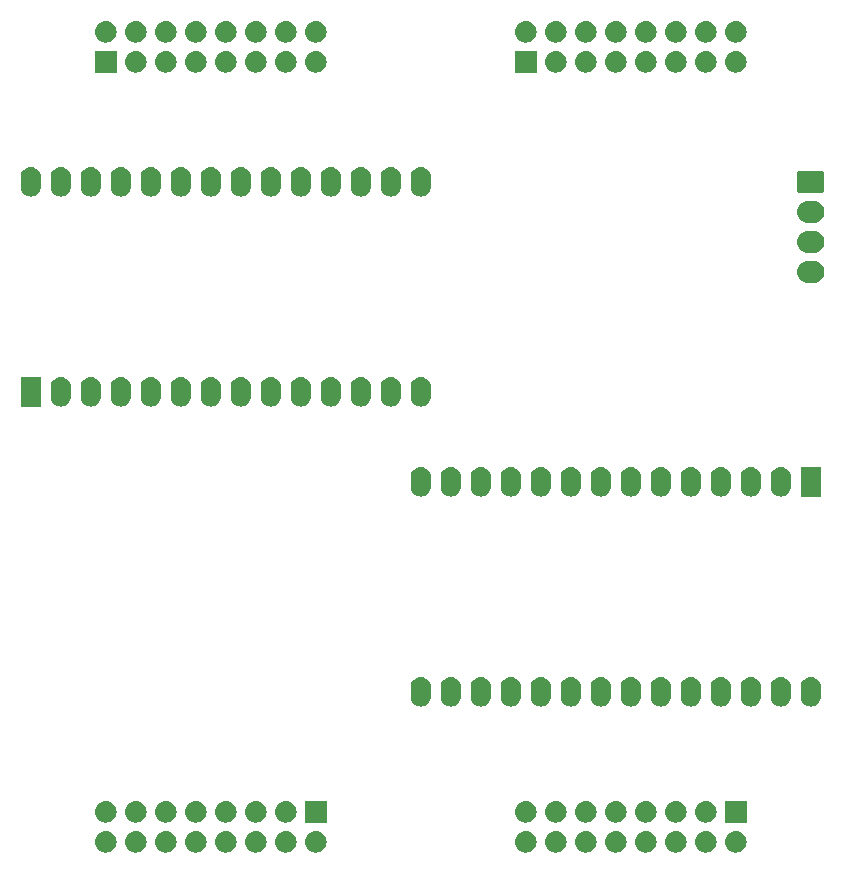
<source format=gbr>
G04 #@! TF.GenerationSoftware,KiCad,Pcbnew,(5.1.2)-2*
G04 #@! TF.CreationDate,2019-07-03T22:27:51+02:00*
G04 #@! TF.ProjectId,FGINT-V3-OUT256,4647494e-542d-4563-932d-4f5554323536,rev?*
G04 #@! TF.SameCoordinates,Original*
G04 #@! TF.FileFunction,Soldermask,Bot*
G04 #@! TF.FilePolarity,Negative*
%FSLAX46Y46*%
G04 Gerber Fmt 4.6, Leading zero omitted, Abs format (unit mm)*
G04 Created by KiCad (PCBNEW (5.1.2)-2) date 2019-07-03 22:27:51*
%MOMM*%
%LPD*%
G04 APERTURE LIST*
%ADD10C,0.100000*%
G04 APERTURE END LIST*
D10*
G36*
X76379294Y-105778633D02*
G01*
X76551695Y-105830931D01*
X76710583Y-105915858D01*
X76849849Y-106030151D01*
X76964142Y-106169417D01*
X77049069Y-106328305D01*
X77101367Y-106500706D01*
X77119025Y-106680000D01*
X77101367Y-106859294D01*
X77049069Y-107031695D01*
X76964142Y-107190583D01*
X76849849Y-107329849D01*
X76710583Y-107444142D01*
X76551695Y-107529069D01*
X76379294Y-107581367D01*
X76244931Y-107594600D01*
X76155069Y-107594600D01*
X76020706Y-107581367D01*
X75848305Y-107529069D01*
X75689417Y-107444142D01*
X75550151Y-107329849D01*
X75435858Y-107190583D01*
X75350931Y-107031695D01*
X75298633Y-106859294D01*
X75280975Y-106680000D01*
X75298633Y-106500706D01*
X75350931Y-106328305D01*
X75435858Y-106169417D01*
X75550151Y-106030151D01*
X75689417Y-105915858D01*
X75848305Y-105830931D01*
X76020706Y-105778633D01*
X76155069Y-105765400D01*
X76244931Y-105765400D01*
X76379294Y-105778633D01*
X76379294Y-105778633D01*
G37*
G36*
X127179294Y-105778633D02*
G01*
X127351695Y-105830931D01*
X127510583Y-105915858D01*
X127649849Y-106030151D01*
X127764142Y-106169417D01*
X127849069Y-106328305D01*
X127901367Y-106500706D01*
X127919025Y-106680000D01*
X127901367Y-106859294D01*
X127849069Y-107031695D01*
X127764142Y-107190583D01*
X127649849Y-107329849D01*
X127510583Y-107444142D01*
X127351695Y-107529069D01*
X127179294Y-107581367D01*
X127044931Y-107594600D01*
X126955069Y-107594600D01*
X126820706Y-107581367D01*
X126648305Y-107529069D01*
X126489417Y-107444142D01*
X126350151Y-107329849D01*
X126235858Y-107190583D01*
X126150931Y-107031695D01*
X126098633Y-106859294D01*
X126080975Y-106680000D01*
X126098633Y-106500706D01*
X126150931Y-106328305D01*
X126235858Y-106169417D01*
X126350151Y-106030151D01*
X126489417Y-105915858D01*
X126648305Y-105830931D01*
X126820706Y-105778633D01*
X126955069Y-105765400D01*
X127044931Y-105765400D01*
X127179294Y-105778633D01*
X127179294Y-105778633D01*
G37*
G36*
X111939294Y-105778633D02*
G01*
X112111695Y-105830931D01*
X112270583Y-105915858D01*
X112409849Y-106030151D01*
X112524142Y-106169417D01*
X112609069Y-106328305D01*
X112661367Y-106500706D01*
X112679025Y-106680000D01*
X112661367Y-106859294D01*
X112609069Y-107031695D01*
X112524142Y-107190583D01*
X112409849Y-107329849D01*
X112270583Y-107444142D01*
X112111695Y-107529069D01*
X111939294Y-107581367D01*
X111804931Y-107594600D01*
X111715069Y-107594600D01*
X111580706Y-107581367D01*
X111408305Y-107529069D01*
X111249417Y-107444142D01*
X111110151Y-107329849D01*
X110995858Y-107190583D01*
X110910931Y-107031695D01*
X110858633Y-106859294D01*
X110840975Y-106680000D01*
X110858633Y-106500706D01*
X110910931Y-106328305D01*
X110995858Y-106169417D01*
X111110151Y-106030151D01*
X111249417Y-105915858D01*
X111408305Y-105830931D01*
X111580706Y-105778633D01*
X111715069Y-105765400D01*
X111804931Y-105765400D01*
X111939294Y-105778633D01*
X111939294Y-105778633D01*
G37*
G36*
X114479294Y-105778633D02*
G01*
X114651695Y-105830931D01*
X114810583Y-105915858D01*
X114949849Y-106030151D01*
X115064142Y-106169417D01*
X115149069Y-106328305D01*
X115201367Y-106500706D01*
X115219025Y-106680000D01*
X115201367Y-106859294D01*
X115149069Y-107031695D01*
X115064142Y-107190583D01*
X114949849Y-107329849D01*
X114810583Y-107444142D01*
X114651695Y-107529069D01*
X114479294Y-107581367D01*
X114344931Y-107594600D01*
X114255069Y-107594600D01*
X114120706Y-107581367D01*
X113948305Y-107529069D01*
X113789417Y-107444142D01*
X113650151Y-107329849D01*
X113535858Y-107190583D01*
X113450931Y-107031695D01*
X113398633Y-106859294D01*
X113380975Y-106680000D01*
X113398633Y-106500706D01*
X113450931Y-106328305D01*
X113535858Y-106169417D01*
X113650151Y-106030151D01*
X113789417Y-105915858D01*
X113948305Y-105830931D01*
X114120706Y-105778633D01*
X114255069Y-105765400D01*
X114344931Y-105765400D01*
X114479294Y-105778633D01*
X114479294Y-105778633D01*
G37*
G36*
X117019294Y-105778633D02*
G01*
X117191695Y-105830931D01*
X117350583Y-105915858D01*
X117489849Y-106030151D01*
X117604142Y-106169417D01*
X117689069Y-106328305D01*
X117741367Y-106500706D01*
X117759025Y-106680000D01*
X117741367Y-106859294D01*
X117689069Y-107031695D01*
X117604142Y-107190583D01*
X117489849Y-107329849D01*
X117350583Y-107444142D01*
X117191695Y-107529069D01*
X117019294Y-107581367D01*
X116884931Y-107594600D01*
X116795069Y-107594600D01*
X116660706Y-107581367D01*
X116488305Y-107529069D01*
X116329417Y-107444142D01*
X116190151Y-107329849D01*
X116075858Y-107190583D01*
X115990931Y-107031695D01*
X115938633Y-106859294D01*
X115920975Y-106680000D01*
X115938633Y-106500706D01*
X115990931Y-106328305D01*
X116075858Y-106169417D01*
X116190151Y-106030151D01*
X116329417Y-105915858D01*
X116488305Y-105830931D01*
X116660706Y-105778633D01*
X116795069Y-105765400D01*
X116884931Y-105765400D01*
X117019294Y-105778633D01*
X117019294Y-105778633D01*
G37*
G36*
X119559294Y-105778633D02*
G01*
X119731695Y-105830931D01*
X119890583Y-105915858D01*
X120029849Y-106030151D01*
X120144142Y-106169417D01*
X120229069Y-106328305D01*
X120281367Y-106500706D01*
X120299025Y-106680000D01*
X120281367Y-106859294D01*
X120229069Y-107031695D01*
X120144142Y-107190583D01*
X120029849Y-107329849D01*
X119890583Y-107444142D01*
X119731695Y-107529069D01*
X119559294Y-107581367D01*
X119424931Y-107594600D01*
X119335069Y-107594600D01*
X119200706Y-107581367D01*
X119028305Y-107529069D01*
X118869417Y-107444142D01*
X118730151Y-107329849D01*
X118615858Y-107190583D01*
X118530931Y-107031695D01*
X118478633Y-106859294D01*
X118460975Y-106680000D01*
X118478633Y-106500706D01*
X118530931Y-106328305D01*
X118615858Y-106169417D01*
X118730151Y-106030151D01*
X118869417Y-105915858D01*
X119028305Y-105830931D01*
X119200706Y-105778633D01*
X119335069Y-105765400D01*
X119424931Y-105765400D01*
X119559294Y-105778633D01*
X119559294Y-105778633D01*
G37*
G36*
X122099294Y-105778633D02*
G01*
X122271695Y-105830931D01*
X122430583Y-105915858D01*
X122569849Y-106030151D01*
X122684142Y-106169417D01*
X122769069Y-106328305D01*
X122821367Y-106500706D01*
X122839025Y-106680000D01*
X122821367Y-106859294D01*
X122769069Y-107031695D01*
X122684142Y-107190583D01*
X122569849Y-107329849D01*
X122430583Y-107444142D01*
X122271695Y-107529069D01*
X122099294Y-107581367D01*
X121964931Y-107594600D01*
X121875069Y-107594600D01*
X121740706Y-107581367D01*
X121568305Y-107529069D01*
X121409417Y-107444142D01*
X121270151Y-107329849D01*
X121155858Y-107190583D01*
X121070931Y-107031695D01*
X121018633Y-106859294D01*
X121000975Y-106680000D01*
X121018633Y-106500706D01*
X121070931Y-106328305D01*
X121155858Y-106169417D01*
X121270151Y-106030151D01*
X121409417Y-105915858D01*
X121568305Y-105830931D01*
X121740706Y-105778633D01*
X121875069Y-105765400D01*
X121964931Y-105765400D01*
X122099294Y-105778633D01*
X122099294Y-105778633D01*
G37*
G36*
X124639294Y-105778633D02*
G01*
X124811695Y-105830931D01*
X124970583Y-105915858D01*
X125109849Y-106030151D01*
X125224142Y-106169417D01*
X125309069Y-106328305D01*
X125361367Y-106500706D01*
X125379025Y-106680000D01*
X125361367Y-106859294D01*
X125309069Y-107031695D01*
X125224142Y-107190583D01*
X125109849Y-107329849D01*
X124970583Y-107444142D01*
X124811695Y-107529069D01*
X124639294Y-107581367D01*
X124504931Y-107594600D01*
X124415069Y-107594600D01*
X124280706Y-107581367D01*
X124108305Y-107529069D01*
X123949417Y-107444142D01*
X123810151Y-107329849D01*
X123695858Y-107190583D01*
X123610931Y-107031695D01*
X123558633Y-106859294D01*
X123540975Y-106680000D01*
X123558633Y-106500706D01*
X123610931Y-106328305D01*
X123695858Y-106169417D01*
X123810151Y-106030151D01*
X123949417Y-105915858D01*
X124108305Y-105830931D01*
X124280706Y-105778633D01*
X124415069Y-105765400D01*
X124504931Y-105765400D01*
X124639294Y-105778633D01*
X124639294Y-105778633D01*
G37*
G36*
X81459294Y-105778633D02*
G01*
X81631695Y-105830931D01*
X81790583Y-105915858D01*
X81929849Y-106030151D01*
X82044142Y-106169417D01*
X82129069Y-106328305D01*
X82181367Y-106500706D01*
X82199025Y-106680000D01*
X82181367Y-106859294D01*
X82129069Y-107031695D01*
X82044142Y-107190583D01*
X81929849Y-107329849D01*
X81790583Y-107444142D01*
X81631695Y-107529069D01*
X81459294Y-107581367D01*
X81324931Y-107594600D01*
X81235069Y-107594600D01*
X81100706Y-107581367D01*
X80928305Y-107529069D01*
X80769417Y-107444142D01*
X80630151Y-107329849D01*
X80515858Y-107190583D01*
X80430931Y-107031695D01*
X80378633Y-106859294D01*
X80360975Y-106680000D01*
X80378633Y-106500706D01*
X80430931Y-106328305D01*
X80515858Y-106169417D01*
X80630151Y-106030151D01*
X80769417Y-105915858D01*
X80928305Y-105830931D01*
X81100706Y-105778633D01*
X81235069Y-105765400D01*
X81324931Y-105765400D01*
X81459294Y-105778633D01*
X81459294Y-105778633D01*
G37*
G36*
X129719294Y-105778633D02*
G01*
X129891695Y-105830931D01*
X130050583Y-105915858D01*
X130189849Y-106030151D01*
X130304142Y-106169417D01*
X130389069Y-106328305D01*
X130441367Y-106500706D01*
X130459025Y-106680000D01*
X130441367Y-106859294D01*
X130389069Y-107031695D01*
X130304142Y-107190583D01*
X130189849Y-107329849D01*
X130050583Y-107444142D01*
X129891695Y-107529069D01*
X129719294Y-107581367D01*
X129584931Y-107594600D01*
X129495069Y-107594600D01*
X129360706Y-107581367D01*
X129188305Y-107529069D01*
X129029417Y-107444142D01*
X128890151Y-107329849D01*
X128775858Y-107190583D01*
X128690931Y-107031695D01*
X128638633Y-106859294D01*
X128620975Y-106680000D01*
X128638633Y-106500706D01*
X128690931Y-106328305D01*
X128775858Y-106169417D01*
X128890151Y-106030151D01*
X129029417Y-105915858D01*
X129188305Y-105830931D01*
X129360706Y-105778633D01*
X129495069Y-105765400D01*
X129584931Y-105765400D01*
X129719294Y-105778633D01*
X129719294Y-105778633D01*
G37*
G36*
X94159294Y-105778633D02*
G01*
X94331695Y-105830931D01*
X94490583Y-105915858D01*
X94629849Y-106030151D01*
X94744142Y-106169417D01*
X94829069Y-106328305D01*
X94881367Y-106500706D01*
X94899025Y-106680000D01*
X94881367Y-106859294D01*
X94829069Y-107031695D01*
X94744142Y-107190583D01*
X94629849Y-107329849D01*
X94490583Y-107444142D01*
X94331695Y-107529069D01*
X94159294Y-107581367D01*
X94024931Y-107594600D01*
X93935069Y-107594600D01*
X93800706Y-107581367D01*
X93628305Y-107529069D01*
X93469417Y-107444142D01*
X93330151Y-107329849D01*
X93215858Y-107190583D01*
X93130931Y-107031695D01*
X93078633Y-106859294D01*
X93060975Y-106680000D01*
X93078633Y-106500706D01*
X93130931Y-106328305D01*
X93215858Y-106169417D01*
X93330151Y-106030151D01*
X93469417Y-105915858D01*
X93628305Y-105830931D01*
X93800706Y-105778633D01*
X93935069Y-105765400D01*
X94024931Y-105765400D01*
X94159294Y-105778633D01*
X94159294Y-105778633D01*
G37*
G36*
X91619294Y-105778633D02*
G01*
X91791695Y-105830931D01*
X91950583Y-105915858D01*
X92089849Y-106030151D01*
X92204142Y-106169417D01*
X92289069Y-106328305D01*
X92341367Y-106500706D01*
X92359025Y-106680000D01*
X92341367Y-106859294D01*
X92289069Y-107031695D01*
X92204142Y-107190583D01*
X92089849Y-107329849D01*
X91950583Y-107444142D01*
X91791695Y-107529069D01*
X91619294Y-107581367D01*
X91484931Y-107594600D01*
X91395069Y-107594600D01*
X91260706Y-107581367D01*
X91088305Y-107529069D01*
X90929417Y-107444142D01*
X90790151Y-107329849D01*
X90675858Y-107190583D01*
X90590931Y-107031695D01*
X90538633Y-106859294D01*
X90520975Y-106680000D01*
X90538633Y-106500706D01*
X90590931Y-106328305D01*
X90675858Y-106169417D01*
X90790151Y-106030151D01*
X90929417Y-105915858D01*
X91088305Y-105830931D01*
X91260706Y-105778633D01*
X91395069Y-105765400D01*
X91484931Y-105765400D01*
X91619294Y-105778633D01*
X91619294Y-105778633D01*
G37*
G36*
X89079294Y-105778633D02*
G01*
X89251695Y-105830931D01*
X89410583Y-105915858D01*
X89549849Y-106030151D01*
X89664142Y-106169417D01*
X89749069Y-106328305D01*
X89801367Y-106500706D01*
X89819025Y-106680000D01*
X89801367Y-106859294D01*
X89749069Y-107031695D01*
X89664142Y-107190583D01*
X89549849Y-107329849D01*
X89410583Y-107444142D01*
X89251695Y-107529069D01*
X89079294Y-107581367D01*
X88944931Y-107594600D01*
X88855069Y-107594600D01*
X88720706Y-107581367D01*
X88548305Y-107529069D01*
X88389417Y-107444142D01*
X88250151Y-107329849D01*
X88135858Y-107190583D01*
X88050931Y-107031695D01*
X87998633Y-106859294D01*
X87980975Y-106680000D01*
X87998633Y-106500706D01*
X88050931Y-106328305D01*
X88135858Y-106169417D01*
X88250151Y-106030151D01*
X88389417Y-105915858D01*
X88548305Y-105830931D01*
X88720706Y-105778633D01*
X88855069Y-105765400D01*
X88944931Y-105765400D01*
X89079294Y-105778633D01*
X89079294Y-105778633D01*
G37*
G36*
X86539294Y-105778633D02*
G01*
X86711695Y-105830931D01*
X86870583Y-105915858D01*
X87009849Y-106030151D01*
X87124142Y-106169417D01*
X87209069Y-106328305D01*
X87261367Y-106500706D01*
X87279025Y-106680000D01*
X87261367Y-106859294D01*
X87209069Y-107031695D01*
X87124142Y-107190583D01*
X87009849Y-107329849D01*
X86870583Y-107444142D01*
X86711695Y-107529069D01*
X86539294Y-107581367D01*
X86404931Y-107594600D01*
X86315069Y-107594600D01*
X86180706Y-107581367D01*
X86008305Y-107529069D01*
X85849417Y-107444142D01*
X85710151Y-107329849D01*
X85595858Y-107190583D01*
X85510931Y-107031695D01*
X85458633Y-106859294D01*
X85440975Y-106680000D01*
X85458633Y-106500706D01*
X85510931Y-106328305D01*
X85595858Y-106169417D01*
X85710151Y-106030151D01*
X85849417Y-105915858D01*
X86008305Y-105830931D01*
X86180706Y-105778633D01*
X86315069Y-105765400D01*
X86404931Y-105765400D01*
X86539294Y-105778633D01*
X86539294Y-105778633D01*
G37*
G36*
X83999294Y-105778633D02*
G01*
X84171695Y-105830931D01*
X84330583Y-105915858D01*
X84469849Y-106030151D01*
X84584142Y-106169417D01*
X84669069Y-106328305D01*
X84721367Y-106500706D01*
X84739025Y-106680000D01*
X84721367Y-106859294D01*
X84669069Y-107031695D01*
X84584142Y-107190583D01*
X84469849Y-107329849D01*
X84330583Y-107444142D01*
X84171695Y-107529069D01*
X83999294Y-107581367D01*
X83864931Y-107594600D01*
X83775069Y-107594600D01*
X83640706Y-107581367D01*
X83468305Y-107529069D01*
X83309417Y-107444142D01*
X83170151Y-107329849D01*
X83055858Y-107190583D01*
X82970931Y-107031695D01*
X82918633Y-106859294D01*
X82900975Y-106680000D01*
X82918633Y-106500706D01*
X82970931Y-106328305D01*
X83055858Y-106169417D01*
X83170151Y-106030151D01*
X83309417Y-105915858D01*
X83468305Y-105830931D01*
X83640706Y-105778633D01*
X83775069Y-105765400D01*
X83864931Y-105765400D01*
X83999294Y-105778633D01*
X83999294Y-105778633D01*
G37*
G36*
X78919294Y-105778633D02*
G01*
X79091695Y-105830931D01*
X79250583Y-105915858D01*
X79389849Y-106030151D01*
X79504142Y-106169417D01*
X79589069Y-106328305D01*
X79641367Y-106500706D01*
X79659025Y-106680000D01*
X79641367Y-106859294D01*
X79589069Y-107031695D01*
X79504142Y-107190583D01*
X79389849Y-107329849D01*
X79250583Y-107444142D01*
X79091695Y-107529069D01*
X78919294Y-107581367D01*
X78784931Y-107594600D01*
X78695069Y-107594600D01*
X78560706Y-107581367D01*
X78388305Y-107529069D01*
X78229417Y-107444142D01*
X78090151Y-107329849D01*
X77975858Y-107190583D01*
X77890931Y-107031695D01*
X77838633Y-106859294D01*
X77820975Y-106680000D01*
X77838633Y-106500706D01*
X77890931Y-106328305D01*
X77975858Y-106169417D01*
X78090151Y-106030151D01*
X78229417Y-105915858D01*
X78388305Y-105830931D01*
X78560706Y-105778633D01*
X78695069Y-105765400D01*
X78784931Y-105765400D01*
X78919294Y-105778633D01*
X78919294Y-105778633D01*
G37*
G36*
X89079294Y-103238633D02*
G01*
X89251695Y-103290931D01*
X89410583Y-103375858D01*
X89549849Y-103490151D01*
X89664142Y-103629417D01*
X89749069Y-103788305D01*
X89801367Y-103960706D01*
X89819025Y-104140000D01*
X89801367Y-104319294D01*
X89749069Y-104491695D01*
X89664142Y-104650583D01*
X89549849Y-104789849D01*
X89410583Y-104904142D01*
X89251695Y-104989069D01*
X89079294Y-105041367D01*
X88944931Y-105054600D01*
X88855069Y-105054600D01*
X88720706Y-105041367D01*
X88548305Y-104989069D01*
X88389417Y-104904142D01*
X88250151Y-104789849D01*
X88135858Y-104650583D01*
X88050931Y-104491695D01*
X87998633Y-104319294D01*
X87980975Y-104140000D01*
X87998633Y-103960706D01*
X88050931Y-103788305D01*
X88135858Y-103629417D01*
X88250151Y-103490151D01*
X88389417Y-103375858D01*
X88548305Y-103290931D01*
X88720706Y-103238633D01*
X88855069Y-103225400D01*
X88944931Y-103225400D01*
X89079294Y-103238633D01*
X89079294Y-103238633D01*
G37*
G36*
X86539294Y-103238633D02*
G01*
X86711695Y-103290931D01*
X86870583Y-103375858D01*
X87009849Y-103490151D01*
X87124142Y-103629417D01*
X87209069Y-103788305D01*
X87261367Y-103960706D01*
X87279025Y-104140000D01*
X87261367Y-104319294D01*
X87209069Y-104491695D01*
X87124142Y-104650583D01*
X87009849Y-104789849D01*
X86870583Y-104904142D01*
X86711695Y-104989069D01*
X86539294Y-105041367D01*
X86404931Y-105054600D01*
X86315069Y-105054600D01*
X86180706Y-105041367D01*
X86008305Y-104989069D01*
X85849417Y-104904142D01*
X85710151Y-104789849D01*
X85595858Y-104650583D01*
X85510931Y-104491695D01*
X85458633Y-104319294D01*
X85440975Y-104140000D01*
X85458633Y-103960706D01*
X85510931Y-103788305D01*
X85595858Y-103629417D01*
X85710151Y-103490151D01*
X85849417Y-103375858D01*
X86008305Y-103290931D01*
X86180706Y-103238633D01*
X86315069Y-103225400D01*
X86404931Y-103225400D01*
X86539294Y-103238633D01*
X86539294Y-103238633D01*
G37*
G36*
X83999294Y-103238633D02*
G01*
X84171695Y-103290931D01*
X84330583Y-103375858D01*
X84469849Y-103490151D01*
X84584142Y-103629417D01*
X84669069Y-103788305D01*
X84721367Y-103960706D01*
X84739025Y-104140000D01*
X84721367Y-104319294D01*
X84669069Y-104491695D01*
X84584142Y-104650583D01*
X84469849Y-104789849D01*
X84330583Y-104904142D01*
X84171695Y-104989069D01*
X83999294Y-105041367D01*
X83864931Y-105054600D01*
X83775069Y-105054600D01*
X83640706Y-105041367D01*
X83468305Y-104989069D01*
X83309417Y-104904142D01*
X83170151Y-104789849D01*
X83055858Y-104650583D01*
X82970931Y-104491695D01*
X82918633Y-104319294D01*
X82900975Y-104140000D01*
X82918633Y-103960706D01*
X82970931Y-103788305D01*
X83055858Y-103629417D01*
X83170151Y-103490151D01*
X83309417Y-103375858D01*
X83468305Y-103290931D01*
X83640706Y-103238633D01*
X83775069Y-103225400D01*
X83864931Y-103225400D01*
X83999294Y-103238633D01*
X83999294Y-103238633D01*
G37*
G36*
X81459294Y-103238633D02*
G01*
X81631695Y-103290931D01*
X81790583Y-103375858D01*
X81929849Y-103490151D01*
X82044142Y-103629417D01*
X82129069Y-103788305D01*
X82181367Y-103960706D01*
X82199025Y-104140000D01*
X82181367Y-104319294D01*
X82129069Y-104491695D01*
X82044142Y-104650583D01*
X81929849Y-104789849D01*
X81790583Y-104904142D01*
X81631695Y-104989069D01*
X81459294Y-105041367D01*
X81324931Y-105054600D01*
X81235069Y-105054600D01*
X81100706Y-105041367D01*
X80928305Y-104989069D01*
X80769417Y-104904142D01*
X80630151Y-104789849D01*
X80515858Y-104650583D01*
X80430931Y-104491695D01*
X80378633Y-104319294D01*
X80360975Y-104140000D01*
X80378633Y-103960706D01*
X80430931Y-103788305D01*
X80515858Y-103629417D01*
X80630151Y-103490151D01*
X80769417Y-103375858D01*
X80928305Y-103290931D01*
X81100706Y-103238633D01*
X81235069Y-103225400D01*
X81324931Y-103225400D01*
X81459294Y-103238633D01*
X81459294Y-103238633D01*
G37*
G36*
X78919294Y-103238633D02*
G01*
X79091695Y-103290931D01*
X79250583Y-103375858D01*
X79389849Y-103490151D01*
X79504142Y-103629417D01*
X79589069Y-103788305D01*
X79641367Y-103960706D01*
X79659025Y-104140000D01*
X79641367Y-104319294D01*
X79589069Y-104491695D01*
X79504142Y-104650583D01*
X79389849Y-104789849D01*
X79250583Y-104904142D01*
X79091695Y-104989069D01*
X78919294Y-105041367D01*
X78784931Y-105054600D01*
X78695069Y-105054600D01*
X78560706Y-105041367D01*
X78388305Y-104989069D01*
X78229417Y-104904142D01*
X78090151Y-104789849D01*
X77975858Y-104650583D01*
X77890931Y-104491695D01*
X77838633Y-104319294D01*
X77820975Y-104140000D01*
X77838633Y-103960706D01*
X77890931Y-103788305D01*
X77975858Y-103629417D01*
X78090151Y-103490151D01*
X78229417Y-103375858D01*
X78388305Y-103290931D01*
X78560706Y-103238633D01*
X78695069Y-103225400D01*
X78784931Y-103225400D01*
X78919294Y-103238633D01*
X78919294Y-103238633D01*
G37*
G36*
X76379294Y-103238633D02*
G01*
X76551695Y-103290931D01*
X76710583Y-103375858D01*
X76849849Y-103490151D01*
X76964142Y-103629417D01*
X77049069Y-103788305D01*
X77101367Y-103960706D01*
X77119025Y-104140000D01*
X77101367Y-104319294D01*
X77049069Y-104491695D01*
X76964142Y-104650583D01*
X76849849Y-104789849D01*
X76710583Y-104904142D01*
X76551695Y-104989069D01*
X76379294Y-105041367D01*
X76244931Y-105054600D01*
X76155069Y-105054600D01*
X76020706Y-105041367D01*
X75848305Y-104989069D01*
X75689417Y-104904142D01*
X75550151Y-104789849D01*
X75435858Y-104650583D01*
X75350931Y-104491695D01*
X75298633Y-104319294D01*
X75280975Y-104140000D01*
X75298633Y-103960706D01*
X75350931Y-103788305D01*
X75435858Y-103629417D01*
X75550151Y-103490151D01*
X75689417Y-103375858D01*
X75848305Y-103290931D01*
X76020706Y-103238633D01*
X76155069Y-103225400D01*
X76244931Y-103225400D01*
X76379294Y-103238633D01*
X76379294Y-103238633D01*
G37*
G36*
X117019294Y-103238633D02*
G01*
X117191695Y-103290931D01*
X117350583Y-103375858D01*
X117489849Y-103490151D01*
X117604142Y-103629417D01*
X117689069Y-103788305D01*
X117741367Y-103960706D01*
X117759025Y-104140000D01*
X117741367Y-104319294D01*
X117689069Y-104491695D01*
X117604142Y-104650583D01*
X117489849Y-104789849D01*
X117350583Y-104904142D01*
X117191695Y-104989069D01*
X117019294Y-105041367D01*
X116884931Y-105054600D01*
X116795069Y-105054600D01*
X116660706Y-105041367D01*
X116488305Y-104989069D01*
X116329417Y-104904142D01*
X116190151Y-104789849D01*
X116075858Y-104650583D01*
X115990931Y-104491695D01*
X115938633Y-104319294D01*
X115920975Y-104140000D01*
X115938633Y-103960706D01*
X115990931Y-103788305D01*
X116075858Y-103629417D01*
X116190151Y-103490151D01*
X116329417Y-103375858D01*
X116488305Y-103290931D01*
X116660706Y-103238633D01*
X116795069Y-103225400D01*
X116884931Y-103225400D01*
X117019294Y-103238633D01*
X117019294Y-103238633D01*
G37*
G36*
X114479294Y-103238633D02*
G01*
X114651695Y-103290931D01*
X114810583Y-103375858D01*
X114949849Y-103490151D01*
X115064142Y-103629417D01*
X115149069Y-103788305D01*
X115201367Y-103960706D01*
X115219025Y-104140000D01*
X115201367Y-104319294D01*
X115149069Y-104491695D01*
X115064142Y-104650583D01*
X114949849Y-104789849D01*
X114810583Y-104904142D01*
X114651695Y-104989069D01*
X114479294Y-105041367D01*
X114344931Y-105054600D01*
X114255069Y-105054600D01*
X114120706Y-105041367D01*
X113948305Y-104989069D01*
X113789417Y-104904142D01*
X113650151Y-104789849D01*
X113535858Y-104650583D01*
X113450931Y-104491695D01*
X113398633Y-104319294D01*
X113380975Y-104140000D01*
X113398633Y-103960706D01*
X113450931Y-103788305D01*
X113535858Y-103629417D01*
X113650151Y-103490151D01*
X113789417Y-103375858D01*
X113948305Y-103290931D01*
X114120706Y-103238633D01*
X114255069Y-103225400D01*
X114344931Y-103225400D01*
X114479294Y-103238633D01*
X114479294Y-103238633D01*
G37*
G36*
X124639294Y-103238633D02*
G01*
X124811695Y-103290931D01*
X124970583Y-103375858D01*
X125109849Y-103490151D01*
X125224142Y-103629417D01*
X125309069Y-103788305D01*
X125361367Y-103960706D01*
X125379025Y-104140000D01*
X125361367Y-104319294D01*
X125309069Y-104491695D01*
X125224142Y-104650583D01*
X125109849Y-104789849D01*
X124970583Y-104904142D01*
X124811695Y-104989069D01*
X124639294Y-105041367D01*
X124504931Y-105054600D01*
X124415069Y-105054600D01*
X124280706Y-105041367D01*
X124108305Y-104989069D01*
X123949417Y-104904142D01*
X123810151Y-104789849D01*
X123695858Y-104650583D01*
X123610931Y-104491695D01*
X123558633Y-104319294D01*
X123540975Y-104140000D01*
X123558633Y-103960706D01*
X123610931Y-103788305D01*
X123695858Y-103629417D01*
X123810151Y-103490151D01*
X123949417Y-103375858D01*
X124108305Y-103290931D01*
X124280706Y-103238633D01*
X124415069Y-103225400D01*
X124504931Y-103225400D01*
X124639294Y-103238633D01*
X124639294Y-103238633D01*
G37*
G36*
X111939294Y-103238633D02*
G01*
X112111695Y-103290931D01*
X112270583Y-103375858D01*
X112409849Y-103490151D01*
X112524142Y-103629417D01*
X112609069Y-103788305D01*
X112661367Y-103960706D01*
X112679025Y-104140000D01*
X112661367Y-104319294D01*
X112609069Y-104491695D01*
X112524142Y-104650583D01*
X112409849Y-104789849D01*
X112270583Y-104904142D01*
X112111695Y-104989069D01*
X111939294Y-105041367D01*
X111804931Y-105054600D01*
X111715069Y-105054600D01*
X111580706Y-105041367D01*
X111408305Y-104989069D01*
X111249417Y-104904142D01*
X111110151Y-104789849D01*
X110995858Y-104650583D01*
X110910931Y-104491695D01*
X110858633Y-104319294D01*
X110840975Y-104140000D01*
X110858633Y-103960706D01*
X110910931Y-103788305D01*
X110995858Y-103629417D01*
X111110151Y-103490151D01*
X111249417Y-103375858D01*
X111408305Y-103290931D01*
X111580706Y-103238633D01*
X111715069Y-103225400D01*
X111804931Y-103225400D01*
X111939294Y-103238633D01*
X111939294Y-103238633D01*
G37*
G36*
X122099294Y-103238633D02*
G01*
X122271695Y-103290931D01*
X122430583Y-103375858D01*
X122569849Y-103490151D01*
X122684142Y-103629417D01*
X122769069Y-103788305D01*
X122821367Y-103960706D01*
X122839025Y-104140000D01*
X122821367Y-104319294D01*
X122769069Y-104491695D01*
X122684142Y-104650583D01*
X122569849Y-104789849D01*
X122430583Y-104904142D01*
X122271695Y-104989069D01*
X122099294Y-105041367D01*
X121964931Y-105054600D01*
X121875069Y-105054600D01*
X121740706Y-105041367D01*
X121568305Y-104989069D01*
X121409417Y-104904142D01*
X121270151Y-104789849D01*
X121155858Y-104650583D01*
X121070931Y-104491695D01*
X121018633Y-104319294D01*
X121000975Y-104140000D01*
X121018633Y-103960706D01*
X121070931Y-103788305D01*
X121155858Y-103629417D01*
X121270151Y-103490151D01*
X121409417Y-103375858D01*
X121568305Y-103290931D01*
X121740706Y-103238633D01*
X121875069Y-103225400D01*
X121964931Y-103225400D01*
X122099294Y-103238633D01*
X122099294Y-103238633D01*
G37*
G36*
X91619294Y-103238633D02*
G01*
X91791695Y-103290931D01*
X91950583Y-103375858D01*
X92089849Y-103490151D01*
X92204142Y-103629417D01*
X92289069Y-103788305D01*
X92341367Y-103960706D01*
X92359025Y-104140000D01*
X92341367Y-104319294D01*
X92289069Y-104491695D01*
X92204142Y-104650583D01*
X92089849Y-104789849D01*
X91950583Y-104904142D01*
X91791695Y-104989069D01*
X91619294Y-105041367D01*
X91484931Y-105054600D01*
X91395069Y-105054600D01*
X91260706Y-105041367D01*
X91088305Y-104989069D01*
X90929417Y-104904142D01*
X90790151Y-104789849D01*
X90675858Y-104650583D01*
X90590931Y-104491695D01*
X90538633Y-104319294D01*
X90520975Y-104140000D01*
X90538633Y-103960706D01*
X90590931Y-103788305D01*
X90675858Y-103629417D01*
X90790151Y-103490151D01*
X90929417Y-103375858D01*
X91088305Y-103290931D01*
X91260706Y-103238633D01*
X91395069Y-103225400D01*
X91484931Y-103225400D01*
X91619294Y-103238633D01*
X91619294Y-103238633D01*
G37*
G36*
X127179294Y-103238633D02*
G01*
X127351695Y-103290931D01*
X127510583Y-103375858D01*
X127649849Y-103490151D01*
X127764142Y-103629417D01*
X127849069Y-103788305D01*
X127901367Y-103960706D01*
X127919025Y-104140000D01*
X127901367Y-104319294D01*
X127849069Y-104491695D01*
X127764142Y-104650583D01*
X127649849Y-104789849D01*
X127510583Y-104904142D01*
X127351695Y-104989069D01*
X127179294Y-105041367D01*
X127044931Y-105054600D01*
X126955069Y-105054600D01*
X126820706Y-105041367D01*
X126648305Y-104989069D01*
X126489417Y-104904142D01*
X126350151Y-104789849D01*
X126235858Y-104650583D01*
X126150931Y-104491695D01*
X126098633Y-104319294D01*
X126080975Y-104140000D01*
X126098633Y-103960706D01*
X126150931Y-103788305D01*
X126235858Y-103629417D01*
X126350151Y-103490151D01*
X126489417Y-103375858D01*
X126648305Y-103290931D01*
X126820706Y-103238633D01*
X126955069Y-103225400D01*
X127044931Y-103225400D01*
X127179294Y-103238633D01*
X127179294Y-103238633D01*
G37*
G36*
X130454600Y-105054600D02*
G01*
X128625400Y-105054600D01*
X128625400Y-103225400D01*
X130454600Y-103225400D01*
X130454600Y-105054600D01*
X130454600Y-105054600D01*
G37*
G36*
X94894600Y-105054600D02*
G01*
X93065400Y-105054600D01*
X93065400Y-103225400D01*
X94894600Y-103225400D01*
X94894600Y-105054600D01*
X94894600Y-105054600D01*
G37*
G36*
X119559294Y-103238633D02*
G01*
X119731695Y-103290931D01*
X119890583Y-103375858D01*
X120029849Y-103490151D01*
X120144142Y-103629417D01*
X120229069Y-103788305D01*
X120281367Y-103960706D01*
X120299025Y-104140000D01*
X120281367Y-104319294D01*
X120229069Y-104491695D01*
X120144142Y-104650583D01*
X120029849Y-104789849D01*
X119890583Y-104904142D01*
X119731695Y-104989069D01*
X119559294Y-105041367D01*
X119424931Y-105054600D01*
X119335069Y-105054600D01*
X119200706Y-105041367D01*
X119028305Y-104989069D01*
X118869417Y-104904142D01*
X118730151Y-104789849D01*
X118615858Y-104650583D01*
X118530931Y-104491695D01*
X118478633Y-104319294D01*
X118460975Y-104140000D01*
X118478633Y-103960706D01*
X118530931Y-103788305D01*
X118615858Y-103629417D01*
X118730151Y-103490151D01*
X118869417Y-103375858D01*
X119028305Y-103290931D01*
X119200706Y-103238633D01*
X119335069Y-103225400D01*
X119424931Y-103225400D01*
X119559294Y-103238633D01*
X119559294Y-103238633D01*
G37*
G36*
X103036823Y-92741313D02*
G01*
X103197242Y-92789976D01*
X103329906Y-92860886D01*
X103345078Y-92868996D01*
X103474659Y-92975341D01*
X103581004Y-93104922D01*
X103581005Y-93104924D01*
X103660024Y-93252758D01*
X103708687Y-93413178D01*
X103721000Y-93538197D01*
X103721000Y-94421804D01*
X103708687Y-94546823D01*
X103660024Y-94707242D01*
X103589114Y-94839906D01*
X103581004Y-94855078D01*
X103474659Y-94984659D01*
X103345077Y-95091005D01*
X103197241Y-95170024D01*
X103036822Y-95218687D01*
X102870000Y-95235117D01*
X102703177Y-95218687D01*
X102542758Y-95170024D01*
X102394924Y-95091005D01*
X102394922Y-95091004D01*
X102265341Y-94984659D01*
X102158995Y-94855077D01*
X102079976Y-94707241D01*
X102031313Y-94546822D01*
X102019000Y-94421803D01*
X102019000Y-93538197D01*
X102031314Y-93413177D01*
X102079977Y-93252758D01*
X102158996Y-93104924D01*
X102158997Y-93104922D01*
X102265342Y-92975341D01*
X102394923Y-92868996D01*
X102410095Y-92860886D01*
X102542759Y-92789976D01*
X102703178Y-92741313D01*
X102870000Y-92724883D01*
X103036823Y-92741313D01*
X103036823Y-92741313D01*
G37*
G36*
X133516823Y-92741313D02*
G01*
X133677242Y-92789976D01*
X133809906Y-92860886D01*
X133825078Y-92868996D01*
X133954659Y-92975341D01*
X134061004Y-93104922D01*
X134061005Y-93104924D01*
X134140024Y-93252758D01*
X134188687Y-93413178D01*
X134201000Y-93538197D01*
X134201000Y-94421804D01*
X134188687Y-94546823D01*
X134140024Y-94707242D01*
X134069114Y-94839906D01*
X134061004Y-94855078D01*
X133954659Y-94984659D01*
X133825077Y-95091005D01*
X133677241Y-95170024D01*
X133516822Y-95218687D01*
X133350000Y-95235117D01*
X133183177Y-95218687D01*
X133022758Y-95170024D01*
X132874924Y-95091005D01*
X132874922Y-95091004D01*
X132745341Y-94984659D01*
X132638995Y-94855077D01*
X132559976Y-94707241D01*
X132511313Y-94546822D01*
X132499000Y-94421803D01*
X132499000Y-93538197D01*
X132511314Y-93413177D01*
X132559977Y-93252758D01*
X132638996Y-93104924D01*
X132638997Y-93104922D01*
X132745342Y-92975341D01*
X132874923Y-92868996D01*
X132890095Y-92860886D01*
X133022759Y-92789976D01*
X133183178Y-92741313D01*
X133350000Y-92724883D01*
X133516823Y-92741313D01*
X133516823Y-92741313D01*
G37*
G36*
X136056823Y-92741313D02*
G01*
X136217242Y-92789976D01*
X136349906Y-92860886D01*
X136365078Y-92868996D01*
X136494659Y-92975341D01*
X136601004Y-93104922D01*
X136601005Y-93104924D01*
X136680024Y-93252758D01*
X136728687Y-93413178D01*
X136741000Y-93538197D01*
X136741000Y-94421804D01*
X136728687Y-94546823D01*
X136680024Y-94707242D01*
X136609114Y-94839906D01*
X136601004Y-94855078D01*
X136494659Y-94984659D01*
X136365077Y-95091005D01*
X136217241Y-95170024D01*
X136056822Y-95218687D01*
X135890000Y-95235117D01*
X135723177Y-95218687D01*
X135562758Y-95170024D01*
X135414924Y-95091005D01*
X135414922Y-95091004D01*
X135285341Y-94984659D01*
X135178995Y-94855077D01*
X135099976Y-94707241D01*
X135051313Y-94546822D01*
X135039000Y-94421803D01*
X135039000Y-93538197D01*
X135051314Y-93413177D01*
X135099977Y-93252758D01*
X135178996Y-93104924D01*
X135178997Y-93104922D01*
X135285342Y-92975341D01*
X135414923Y-92868996D01*
X135430095Y-92860886D01*
X135562759Y-92789976D01*
X135723178Y-92741313D01*
X135890000Y-92724883D01*
X136056823Y-92741313D01*
X136056823Y-92741313D01*
G37*
G36*
X128436823Y-92741313D02*
G01*
X128597242Y-92789976D01*
X128729906Y-92860886D01*
X128745078Y-92868996D01*
X128874659Y-92975341D01*
X128981004Y-93104922D01*
X128981005Y-93104924D01*
X129060024Y-93252758D01*
X129108687Y-93413178D01*
X129121000Y-93538197D01*
X129121000Y-94421804D01*
X129108687Y-94546823D01*
X129060024Y-94707242D01*
X128989114Y-94839906D01*
X128981004Y-94855078D01*
X128874659Y-94984659D01*
X128745077Y-95091005D01*
X128597241Y-95170024D01*
X128436822Y-95218687D01*
X128270000Y-95235117D01*
X128103177Y-95218687D01*
X127942758Y-95170024D01*
X127794924Y-95091005D01*
X127794922Y-95091004D01*
X127665341Y-94984659D01*
X127558995Y-94855077D01*
X127479976Y-94707241D01*
X127431313Y-94546822D01*
X127419000Y-94421803D01*
X127419000Y-93538197D01*
X127431314Y-93413177D01*
X127479977Y-93252758D01*
X127558996Y-93104924D01*
X127558997Y-93104922D01*
X127665342Y-92975341D01*
X127794923Y-92868996D01*
X127810095Y-92860886D01*
X127942759Y-92789976D01*
X128103178Y-92741313D01*
X128270000Y-92724883D01*
X128436823Y-92741313D01*
X128436823Y-92741313D01*
G37*
G36*
X125896823Y-92741313D02*
G01*
X126057242Y-92789976D01*
X126189906Y-92860886D01*
X126205078Y-92868996D01*
X126334659Y-92975341D01*
X126441004Y-93104922D01*
X126441005Y-93104924D01*
X126520024Y-93252758D01*
X126568687Y-93413178D01*
X126581000Y-93538197D01*
X126581000Y-94421804D01*
X126568687Y-94546823D01*
X126520024Y-94707242D01*
X126449114Y-94839906D01*
X126441004Y-94855078D01*
X126334659Y-94984659D01*
X126205077Y-95091005D01*
X126057241Y-95170024D01*
X125896822Y-95218687D01*
X125730000Y-95235117D01*
X125563177Y-95218687D01*
X125402758Y-95170024D01*
X125254924Y-95091005D01*
X125254922Y-95091004D01*
X125125341Y-94984659D01*
X125018995Y-94855077D01*
X124939976Y-94707241D01*
X124891313Y-94546822D01*
X124879000Y-94421803D01*
X124879000Y-93538197D01*
X124891314Y-93413177D01*
X124939977Y-93252758D01*
X125018996Y-93104924D01*
X125018997Y-93104922D01*
X125125342Y-92975341D01*
X125254923Y-92868996D01*
X125270095Y-92860886D01*
X125402759Y-92789976D01*
X125563178Y-92741313D01*
X125730000Y-92724883D01*
X125896823Y-92741313D01*
X125896823Y-92741313D01*
G37*
G36*
X123356823Y-92741313D02*
G01*
X123517242Y-92789976D01*
X123649906Y-92860886D01*
X123665078Y-92868996D01*
X123794659Y-92975341D01*
X123901004Y-93104922D01*
X123901005Y-93104924D01*
X123980024Y-93252758D01*
X124028687Y-93413178D01*
X124041000Y-93538197D01*
X124041000Y-94421804D01*
X124028687Y-94546823D01*
X123980024Y-94707242D01*
X123909114Y-94839906D01*
X123901004Y-94855078D01*
X123794659Y-94984659D01*
X123665077Y-95091005D01*
X123517241Y-95170024D01*
X123356822Y-95218687D01*
X123190000Y-95235117D01*
X123023177Y-95218687D01*
X122862758Y-95170024D01*
X122714924Y-95091005D01*
X122714922Y-95091004D01*
X122585341Y-94984659D01*
X122478995Y-94855077D01*
X122399976Y-94707241D01*
X122351313Y-94546822D01*
X122339000Y-94421803D01*
X122339000Y-93538197D01*
X122351314Y-93413177D01*
X122399977Y-93252758D01*
X122478996Y-93104924D01*
X122478997Y-93104922D01*
X122585342Y-92975341D01*
X122714923Y-92868996D01*
X122730095Y-92860886D01*
X122862759Y-92789976D01*
X123023178Y-92741313D01*
X123190000Y-92724883D01*
X123356823Y-92741313D01*
X123356823Y-92741313D01*
G37*
G36*
X120816823Y-92741313D02*
G01*
X120977242Y-92789976D01*
X121109906Y-92860886D01*
X121125078Y-92868996D01*
X121254659Y-92975341D01*
X121361004Y-93104922D01*
X121361005Y-93104924D01*
X121440024Y-93252758D01*
X121488687Y-93413178D01*
X121501000Y-93538197D01*
X121501000Y-94421804D01*
X121488687Y-94546823D01*
X121440024Y-94707242D01*
X121369114Y-94839906D01*
X121361004Y-94855078D01*
X121254659Y-94984659D01*
X121125077Y-95091005D01*
X120977241Y-95170024D01*
X120816822Y-95218687D01*
X120650000Y-95235117D01*
X120483177Y-95218687D01*
X120322758Y-95170024D01*
X120174924Y-95091005D01*
X120174922Y-95091004D01*
X120045341Y-94984659D01*
X119938995Y-94855077D01*
X119859976Y-94707241D01*
X119811313Y-94546822D01*
X119799000Y-94421803D01*
X119799000Y-93538197D01*
X119811314Y-93413177D01*
X119859977Y-93252758D01*
X119938996Y-93104924D01*
X119938997Y-93104922D01*
X120045342Y-92975341D01*
X120174923Y-92868996D01*
X120190095Y-92860886D01*
X120322759Y-92789976D01*
X120483178Y-92741313D01*
X120650000Y-92724883D01*
X120816823Y-92741313D01*
X120816823Y-92741313D01*
G37*
G36*
X115736823Y-92741313D02*
G01*
X115897242Y-92789976D01*
X116029906Y-92860886D01*
X116045078Y-92868996D01*
X116174659Y-92975341D01*
X116281004Y-93104922D01*
X116281005Y-93104924D01*
X116360024Y-93252758D01*
X116408687Y-93413178D01*
X116421000Y-93538197D01*
X116421000Y-94421804D01*
X116408687Y-94546823D01*
X116360024Y-94707242D01*
X116289114Y-94839906D01*
X116281004Y-94855078D01*
X116174659Y-94984659D01*
X116045077Y-95091005D01*
X115897241Y-95170024D01*
X115736822Y-95218687D01*
X115570000Y-95235117D01*
X115403177Y-95218687D01*
X115242758Y-95170024D01*
X115094924Y-95091005D01*
X115094922Y-95091004D01*
X114965341Y-94984659D01*
X114858995Y-94855077D01*
X114779976Y-94707241D01*
X114731313Y-94546822D01*
X114719000Y-94421803D01*
X114719000Y-93538197D01*
X114731314Y-93413177D01*
X114779977Y-93252758D01*
X114858996Y-93104924D01*
X114858997Y-93104922D01*
X114965342Y-92975341D01*
X115094923Y-92868996D01*
X115110095Y-92860886D01*
X115242759Y-92789976D01*
X115403178Y-92741313D01*
X115570000Y-92724883D01*
X115736823Y-92741313D01*
X115736823Y-92741313D01*
G37*
G36*
X113196823Y-92741313D02*
G01*
X113357242Y-92789976D01*
X113489906Y-92860886D01*
X113505078Y-92868996D01*
X113634659Y-92975341D01*
X113741004Y-93104922D01*
X113741005Y-93104924D01*
X113820024Y-93252758D01*
X113868687Y-93413178D01*
X113881000Y-93538197D01*
X113881000Y-94421804D01*
X113868687Y-94546823D01*
X113820024Y-94707242D01*
X113749114Y-94839906D01*
X113741004Y-94855078D01*
X113634659Y-94984659D01*
X113505077Y-95091005D01*
X113357241Y-95170024D01*
X113196822Y-95218687D01*
X113030000Y-95235117D01*
X112863177Y-95218687D01*
X112702758Y-95170024D01*
X112554924Y-95091005D01*
X112554922Y-95091004D01*
X112425341Y-94984659D01*
X112318995Y-94855077D01*
X112239976Y-94707241D01*
X112191313Y-94546822D01*
X112179000Y-94421803D01*
X112179000Y-93538197D01*
X112191314Y-93413177D01*
X112239977Y-93252758D01*
X112318996Y-93104924D01*
X112318997Y-93104922D01*
X112425342Y-92975341D01*
X112554923Y-92868996D01*
X112570095Y-92860886D01*
X112702759Y-92789976D01*
X112863178Y-92741313D01*
X113030000Y-92724883D01*
X113196823Y-92741313D01*
X113196823Y-92741313D01*
G37*
G36*
X110656823Y-92741313D02*
G01*
X110817242Y-92789976D01*
X110949906Y-92860886D01*
X110965078Y-92868996D01*
X111094659Y-92975341D01*
X111201004Y-93104922D01*
X111201005Y-93104924D01*
X111280024Y-93252758D01*
X111328687Y-93413178D01*
X111341000Y-93538197D01*
X111341000Y-94421804D01*
X111328687Y-94546823D01*
X111280024Y-94707242D01*
X111209114Y-94839906D01*
X111201004Y-94855078D01*
X111094659Y-94984659D01*
X110965077Y-95091005D01*
X110817241Y-95170024D01*
X110656822Y-95218687D01*
X110490000Y-95235117D01*
X110323177Y-95218687D01*
X110162758Y-95170024D01*
X110014924Y-95091005D01*
X110014922Y-95091004D01*
X109885341Y-94984659D01*
X109778995Y-94855077D01*
X109699976Y-94707241D01*
X109651313Y-94546822D01*
X109639000Y-94421803D01*
X109639000Y-93538197D01*
X109651314Y-93413177D01*
X109699977Y-93252758D01*
X109778996Y-93104924D01*
X109778997Y-93104922D01*
X109885342Y-92975341D01*
X110014923Y-92868996D01*
X110030095Y-92860886D01*
X110162759Y-92789976D01*
X110323178Y-92741313D01*
X110490000Y-92724883D01*
X110656823Y-92741313D01*
X110656823Y-92741313D01*
G37*
G36*
X108116823Y-92741313D02*
G01*
X108277242Y-92789976D01*
X108409906Y-92860886D01*
X108425078Y-92868996D01*
X108554659Y-92975341D01*
X108661004Y-93104922D01*
X108661005Y-93104924D01*
X108740024Y-93252758D01*
X108788687Y-93413178D01*
X108801000Y-93538197D01*
X108801000Y-94421804D01*
X108788687Y-94546823D01*
X108740024Y-94707242D01*
X108669114Y-94839906D01*
X108661004Y-94855078D01*
X108554659Y-94984659D01*
X108425077Y-95091005D01*
X108277241Y-95170024D01*
X108116822Y-95218687D01*
X107950000Y-95235117D01*
X107783177Y-95218687D01*
X107622758Y-95170024D01*
X107474924Y-95091005D01*
X107474922Y-95091004D01*
X107345341Y-94984659D01*
X107238995Y-94855077D01*
X107159976Y-94707241D01*
X107111313Y-94546822D01*
X107099000Y-94421803D01*
X107099000Y-93538197D01*
X107111314Y-93413177D01*
X107159977Y-93252758D01*
X107238996Y-93104924D01*
X107238997Y-93104922D01*
X107345342Y-92975341D01*
X107474923Y-92868996D01*
X107490095Y-92860886D01*
X107622759Y-92789976D01*
X107783178Y-92741313D01*
X107950000Y-92724883D01*
X108116823Y-92741313D01*
X108116823Y-92741313D01*
G37*
G36*
X105576823Y-92741313D02*
G01*
X105737242Y-92789976D01*
X105869906Y-92860886D01*
X105885078Y-92868996D01*
X106014659Y-92975341D01*
X106121004Y-93104922D01*
X106121005Y-93104924D01*
X106200024Y-93252758D01*
X106248687Y-93413178D01*
X106261000Y-93538197D01*
X106261000Y-94421804D01*
X106248687Y-94546823D01*
X106200024Y-94707242D01*
X106129114Y-94839906D01*
X106121004Y-94855078D01*
X106014659Y-94984659D01*
X105885077Y-95091005D01*
X105737241Y-95170024D01*
X105576822Y-95218687D01*
X105410000Y-95235117D01*
X105243177Y-95218687D01*
X105082758Y-95170024D01*
X104934924Y-95091005D01*
X104934922Y-95091004D01*
X104805341Y-94984659D01*
X104698995Y-94855077D01*
X104619976Y-94707241D01*
X104571313Y-94546822D01*
X104559000Y-94421803D01*
X104559000Y-93538197D01*
X104571314Y-93413177D01*
X104619977Y-93252758D01*
X104698996Y-93104924D01*
X104698997Y-93104922D01*
X104805342Y-92975341D01*
X104934923Y-92868996D01*
X104950095Y-92860886D01*
X105082759Y-92789976D01*
X105243178Y-92741313D01*
X105410000Y-92724883D01*
X105576823Y-92741313D01*
X105576823Y-92741313D01*
G37*
G36*
X130976823Y-92741313D02*
G01*
X131137242Y-92789976D01*
X131269906Y-92860886D01*
X131285078Y-92868996D01*
X131414659Y-92975341D01*
X131521004Y-93104922D01*
X131521005Y-93104924D01*
X131600024Y-93252758D01*
X131648687Y-93413178D01*
X131661000Y-93538197D01*
X131661000Y-94421804D01*
X131648687Y-94546823D01*
X131600024Y-94707242D01*
X131529114Y-94839906D01*
X131521004Y-94855078D01*
X131414659Y-94984659D01*
X131285077Y-95091005D01*
X131137241Y-95170024D01*
X130976822Y-95218687D01*
X130810000Y-95235117D01*
X130643177Y-95218687D01*
X130482758Y-95170024D01*
X130334924Y-95091005D01*
X130334922Y-95091004D01*
X130205341Y-94984659D01*
X130098995Y-94855077D01*
X130019976Y-94707241D01*
X129971313Y-94546822D01*
X129959000Y-94421803D01*
X129959000Y-93538197D01*
X129971314Y-93413177D01*
X130019977Y-93252758D01*
X130098996Y-93104924D01*
X130098997Y-93104922D01*
X130205342Y-92975341D01*
X130334923Y-92868996D01*
X130350095Y-92860886D01*
X130482759Y-92789976D01*
X130643178Y-92741313D01*
X130810000Y-92724883D01*
X130976823Y-92741313D01*
X130976823Y-92741313D01*
G37*
G36*
X118276823Y-92741313D02*
G01*
X118437242Y-92789976D01*
X118569906Y-92860886D01*
X118585078Y-92868996D01*
X118714659Y-92975341D01*
X118821004Y-93104922D01*
X118821005Y-93104924D01*
X118900024Y-93252758D01*
X118948687Y-93413178D01*
X118961000Y-93538197D01*
X118961000Y-94421804D01*
X118948687Y-94546823D01*
X118900024Y-94707242D01*
X118829114Y-94839906D01*
X118821004Y-94855078D01*
X118714659Y-94984659D01*
X118585077Y-95091005D01*
X118437241Y-95170024D01*
X118276822Y-95218687D01*
X118110000Y-95235117D01*
X117943177Y-95218687D01*
X117782758Y-95170024D01*
X117634924Y-95091005D01*
X117634922Y-95091004D01*
X117505341Y-94984659D01*
X117398995Y-94855077D01*
X117319976Y-94707241D01*
X117271313Y-94546822D01*
X117259000Y-94421803D01*
X117259000Y-93538197D01*
X117271314Y-93413177D01*
X117319977Y-93252758D01*
X117398996Y-93104924D01*
X117398997Y-93104922D01*
X117505342Y-92975341D01*
X117634923Y-92868996D01*
X117650095Y-92860886D01*
X117782759Y-92789976D01*
X117943178Y-92741313D01*
X118110000Y-92724883D01*
X118276823Y-92741313D01*
X118276823Y-92741313D01*
G37*
G36*
X118276823Y-74961313D02*
G01*
X118437242Y-75009976D01*
X118569906Y-75080886D01*
X118585078Y-75088996D01*
X118714659Y-75195341D01*
X118821004Y-75324922D01*
X118821005Y-75324924D01*
X118900024Y-75472758D01*
X118948687Y-75633178D01*
X118961000Y-75758197D01*
X118961000Y-76641804D01*
X118948687Y-76766823D01*
X118900024Y-76927242D01*
X118829114Y-77059906D01*
X118821004Y-77075078D01*
X118714659Y-77204659D01*
X118585077Y-77311005D01*
X118437241Y-77390024D01*
X118276822Y-77438687D01*
X118110000Y-77455117D01*
X117943177Y-77438687D01*
X117782758Y-77390024D01*
X117634924Y-77311005D01*
X117634922Y-77311004D01*
X117505341Y-77204659D01*
X117398995Y-77075077D01*
X117319976Y-76927241D01*
X117271313Y-76766822D01*
X117259000Y-76641803D01*
X117259000Y-75758197D01*
X117271314Y-75633177D01*
X117319977Y-75472758D01*
X117398996Y-75324924D01*
X117398997Y-75324922D01*
X117505342Y-75195341D01*
X117634923Y-75088996D01*
X117650095Y-75080886D01*
X117782759Y-75009976D01*
X117943178Y-74961313D01*
X118110000Y-74944883D01*
X118276823Y-74961313D01*
X118276823Y-74961313D01*
G37*
G36*
X110656823Y-74961313D02*
G01*
X110817242Y-75009976D01*
X110949906Y-75080886D01*
X110965078Y-75088996D01*
X111094659Y-75195341D01*
X111201004Y-75324922D01*
X111201005Y-75324924D01*
X111280024Y-75472758D01*
X111328687Y-75633178D01*
X111341000Y-75758197D01*
X111341000Y-76641804D01*
X111328687Y-76766823D01*
X111280024Y-76927242D01*
X111209114Y-77059906D01*
X111201004Y-77075078D01*
X111094659Y-77204659D01*
X110965077Y-77311005D01*
X110817241Y-77390024D01*
X110656822Y-77438687D01*
X110490000Y-77455117D01*
X110323177Y-77438687D01*
X110162758Y-77390024D01*
X110014924Y-77311005D01*
X110014922Y-77311004D01*
X109885341Y-77204659D01*
X109778995Y-77075077D01*
X109699976Y-76927241D01*
X109651313Y-76766822D01*
X109639000Y-76641803D01*
X109639000Y-75758197D01*
X109651314Y-75633177D01*
X109699977Y-75472758D01*
X109778996Y-75324924D01*
X109778997Y-75324922D01*
X109885342Y-75195341D01*
X110014923Y-75088996D01*
X110030095Y-75080886D01*
X110162759Y-75009976D01*
X110323178Y-74961313D01*
X110490000Y-74944883D01*
X110656823Y-74961313D01*
X110656823Y-74961313D01*
G37*
G36*
X103036823Y-74961313D02*
G01*
X103197242Y-75009976D01*
X103329906Y-75080886D01*
X103345078Y-75088996D01*
X103474659Y-75195341D01*
X103581004Y-75324922D01*
X103581005Y-75324924D01*
X103660024Y-75472758D01*
X103708687Y-75633178D01*
X103721000Y-75758197D01*
X103721000Y-76641804D01*
X103708687Y-76766823D01*
X103660024Y-76927242D01*
X103589114Y-77059906D01*
X103581004Y-77075078D01*
X103474659Y-77204659D01*
X103345077Y-77311005D01*
X103197241Y-77390024D01*
X103036822Y-77438687D01*
X102870000Y-77455117D01*
X102703177Y-77438687D01*
X102542758Y-77390024D01*
X102394924Y-77311005D01*
X102394922Y-77311004D01*
X102265341Y-77204659D01*
X102158995Y-77075077D01*
X102079976Y-76927241D01*
X102031313Y-76766822D01*
X102019000Y-76641803D01*
X102019000Y-75758197D01*
X102031314Y-75633177D01*
X102079977Y-75472758D01*
X102158996Y-75324924D01*
X102158997Y-75324922D01*
X102265342Y-75195341D01*
X102394923Y-75088996D01*
X102410095Y-75080886D01*
X102542759Y-75009976D01*
X102703178Y-74961313D01*
X102870000Y-74944883D01*
X103036823Y-74961313D01*
X103036823Y-74961313D01*
G37*
G36*
X108116823Y-74961313D02*
G01*
X108277242Y-75009976D01*
X108409906Y-75080886D01*
X108425078Y-75088996D01*
X108554659Y-75195341D01*
X108661004Y-75324922D01*
X108661005Y-75324924D01*
X108740024Y-75472758D01*
X108788687Y-75633178D01*
X108801000Y-75758197D01*
X108801000Y-76641804D01*
X108788687Y-76766823D01*
X108740024Y-76927242D01*
X108669114Y-77059906D01*
X108661004Y-77075078D01*
X108554659Y-77204659D01*
X108425077Y-77311005D01*
X108277241Y-77390024D01*
X108116822Y-77438687D01*
X107950000Y-77455117D01*
X107783177Y-77438687D01*
X107622758Y-77390024D01*
X107474924Y-77311005D01*
X107474922Y-77311004D01*
X107345341Y-77204659D01*
X107238995Y-77075077D01*
X107159976Y-76927241D01*
X107111313Y-76766822D01*
X107099000Y-76641803D01*
X107099000Y-75758197D01*
X107111314Y-75633177D01*
X107159977Y-75472758D01*
X107238996Y-75324924D01*
X107238997Y-75324922D01*
X107345342Y-75195341D01*
X107474923Y-75088996D01*
X107490095Y-75080886D01*
X107622759Y-75009976D01*
X107783178Y-74961313D01*
X107950000Y-74944883D01*
X108116823Y-74961313D01*
X108116823Y-74961313D01*
G37*
G36*
X113196823Y-74961313D02*
G01*
X113357242Y-75009976D01*
X113489906Y-75080886D01*
X113505078Y-75088996D01*
X113634659Y-75195341D01*
X113741004Y-75324922D01*
X113741005Y-75324924D01*
X113820024Y-75472758D01*
X113868687Y-75633178D01*
X113881000Y-75758197D01*
X113881000Y-76641804D01*
X113868687Y-76766823D01*
X113820024Y-76927242D01*
X113749114Y-77059906D01*
X113741004Y-77075078D01*
X113634659Y-77204659D01*
X113505077Y-77311005D01*
X113357241Y-77390024D01*
X113196822Y-77438687D01*
X113030000Y-77455117D01*
X112863177Y-77438687D01*
X112702758Y-77390024D01*
X112554924Y-77311005D01*
X112554922Y-77311004D01*
X112425341Y-77204659D01*
X112318995Y-77075077D01*
X112239976Y-76927241D01*
X112191313Y-76766822D01*
X112179000Y-76641803D01*
X112179000Y-75758197D01*
X112191314Y-75633177D01*
X112239977Y-75472758D01*
X112318996Y-75324924D01*
X112318997Y-75324922D01*
X112425342Y-75195341D01*
X112554923Y-75088996D01*
X112570095Y-75080886D01*
X112702759Y-75009976D01*
X112863178Y-74961313D01*
X113030000Y-74944883D01*
X113196823Y-74961313D01*
X113196823Y-74961313D01*
G37*
G36*
X115736823Y-74961313D02*
G01*
X115897242Y-75009976D01*
X116029906Y-75080886D01*
X116045078Y-75088996D01*
X116174659Y-75195341D01*
X116281004Y-75324922D01*
X116281005Y-75324924D01*
X116360024Y-75472758D01*
X116408687Y-75633178D01*
X116421000Y-75758197D01*
X116421000Y-76641804D01*
X116408687Y-76766823D01*
X116360024Y-76927242D01*
X116289114Y-77059906D01*
X116281004Y-77075078D01*
X116174659Y-77204659D01*
X116045077Y-77311005D01*
X115897241Y-77390024D01*
X115736822Y-77438687D01*
X115570000Y-77455117D01*
X115403177Y-77438687D01*
X115242758Y-77390024D01*
X115094924Y-77311005D01*
X115094922Y-77311004D01*
X114965341Y-77204659D01*
X114858995Y-77075077D01*
X114779976Y-76927241D01*
X114731313Y-76766822D01*
X114719000Y-76641803D01*
X114719000Y-75758197D01*
X114731314Y-75633177D01*
X114779977Y-75472758D01*
X114858996Y-75324924D01*
X114858997Y-75324922D01*
X114965342Y-75195341D01*
X115094923Y-75088996D01*
X115110095Y-75080886D01*
X115242759Y-75009976D01*
X115403178Y-74961313D01*
X115570000Y-74944883D01*
X115736823Y-74961313D01*
X115736823Y-74961313D01*
G37*
G36*
X120816823Y-74961313D02*
G01*
X120977242Y-75009976D01*
X121109906Y-75080886D01*
X121125078Y-75088996D01*
X121254659Y-75195341D01*
X121361004Y-75324922D01*
X121361005Y-75324924D01*
X121440024Y-75472758D01*
X121488687Y-75633178D01*
X121501000Y-75758197D01*
X121501000Y-76641804D01*
X121488687Y-76766823D01*
X121440024Y-76927242D01*
X121369114Y-77059906D01*
X121361004Y-77075078D01*
X121254659Y-77204659D01*
X121125077Y-77311005D01*
X120977241Y-77390024D01*
X120816822Y-77438687D01*
X120650000Y-77455117D01*
X120483177Y-77438687D01*
X120322758Y-77390024D01*
X120174924Y-77311005D01*
X120174922Y-77311004D01*
X120045341Y-77204659D01*
X119938995Y-77075077D01*
X119859976Y-76927241D01*
X119811313Y-76766822D01*
X119799000Y-76641803D01*
X119799000Y-75758197D01*
X119811314Y-75633177D01*
X119859977Y-75472758D01*
X119938996Y-75324924D01*
X119938997Y-75324922D01*
X120045342Y-75195341D01*
X120174923Y-75088996D01*
X120190095Y-75080886D01*
X120322759Y-75009976D01*
X120483178Y-74961313D01*
X120650000Y-74944883D01*
X120816823Y-74961313D01*
X120816823Y-74961313D01*
G37*
G36*
X123356823Y-74961313D02*
G01*
X123517242Y-75009976D01*
X123649906Y-75080886D01*
X123665078Y-75088996D01*
X123794659Y-75195341D01*
X123901004Y-75324922D01*
X123901005Y-75324924D01*
X123980024Y-75472758D01*
X124028687Y-75633178D01*
X124041000Y-75758197D01*
X124041000Y-76641804D01*
X124028687Y-76766823D01*
X123980024Y-76927242D01*
X123909114Y-77059906D01*
X123901004Y-77075078D01*
X123794659Y-77204659D01*
X123665077Y-77311005D01*
X123517241Y-77390024D01*
X123356822Y-77438687D01*
X123190000Y-77455117D01*
X123023177Y-77438687D01*
X122862758Y-77390024D01*
X122714924Y-77311005D01*
X122714922Y-77311004D01*
X122585341Y-77204659D01*
X122478995Y-77075077D01*
X122399976Y-76927241D01*
X122351313Y-76766822D01*
X122339000Y-76641803D01*
X122339000Y-75758197D01*
X122351314Y-75633177D01*
X122399977Y-75472758D01*
X122478996Y-75324924D01*
X122478997Y-75324922D01*
X122585342Y-75195341D01*
X122714923Y-75088996D01*
X122730095Y-75080886D01*
X122862759Y-75009976D01*
X123023178Y-74961313D01*
X123190000Y-74944883D01*
X123356823Y-74961313D01*
X123356823Y-74961313D01*
G37*
G36*
X128436823Y-74961313D02*
G01*
X128597242Y-75009976D01*
X128729906Y-75080886D01*
X128745078Y-75088996D01*
X128874659Y-75195341D01*
X128981004Y-75324922D01*
X128981005Y-75324924D01*
X129060024Y-75472758D01*
X129108687Y-75633178D01*
X129121000Y-75758197D01*
X129121000Y-76641804D01*
X129108687Y-76766823D01*
X129060024Y-76927242D01*
X128989114Y-77059906D01*
X128981004Y-77075078D01*
X128874659Y-77204659D01*
X128745077Y-77311005D01*
X128597241Y-77390024D01*
X128436822Y-77438687D01*
X128270000Y-77455117D01*
X128103177Y-77438687D01*
X127942758Y-77390024D01*
X127794924Y-77311005D01*
X127794922Y-77311004D01*
X127665341Y-77204659D01*
X127558995Y-77075077D01*
X127479976Y-76927241D01*
X127431313Y-76766822D01*
X127419000Y-76641803D01*
X127419000Y-75758197D01*
X127431314Y-75633177D01*
X127479977Y-75472758D01*
X127558996Y-75324924D01*
X127558997Y-75324922D01*
X127665342Y-75195341D01*
X127794923Y-75088996D01*
X127810095Y-75080886D01*
X127942759Y-75009976D01*
X128103178Y-74961313D01*
X128270000Y-74944883D01*
X128436823Y-74961313D01*
X128436823Y-74961313D01*
G37*
G36*
X130976823Y-74961313D02*
G01*
X131137242Y-75009976D01*
X131269906Y-75080886D01*
X131285078Y-75088996D01*
X131414659Y-75195341D01*
X131521004Y-75324922D01*
X131521005Y-75324924D01*
X131600024Y-75472758D01*
X131648687Y-75633178D01*
X131661000Y-75758197D01*
X131661000Y-76641804D01*
X131648687Y-76766823D01*
X131600024Y-76927242D01*
X131529114Y-77059906D01*
X131521004Y-77075078D01*
X131414659Y-77204659D01*
X131285077Y-77311005D01*
X131137241Y-77390024D01*
X130976822Y-77438687D01*
X130810000Y-77455117D01*
X130643177Y-77438687D01*
X130482758Y-77390024D01*
X130334924Y-77311005D01*
X130334922Y-77311004D01*
X130205341Y-77204659D01*
X130098995Y-77075077D01*
X130019976Y-76927241D01*
X129971313Y-76766822D01*
X129959000Y-76641803D01*
X129959000Y-75758197D01*
X129971314Y-75633177D01*
X130019977Y-75472758D01*
X130098996Y-75324924D01*
X130098997Y-75324922D01*
X130205342Y-75195341D01*
X130334923Y-75088996D01*
X130350095Y-75080886D01*
X130482759Y-75009976D01*
X130643178Y-74961313D01*
X130810000Y-74944883D01*
X130976823Y-74961313D01*
X130976823Y-74961313D01*
G37*
G36*
X125896823Y-74961313D02*
G01*
X126057242Y-75009976D01*
X126189906Y-75080886D01*
X126205078Y-75088996D01*
X126334659Y-75195341D01*
X126441004Y-75324922D01*
X126441005Y-75324924D01*
X126520024Y-75472758D01*
X126568687Y-75633178D01*
X126581000Y-75758197D01*
X126581000Y-76641804D01*
X126568687Y-76766823D01*
X126520024Y-76927242D01*
X126449114Y-77059906D01*
X126441004Y-77075078D01*
X126334659Y-77204659D01*
X126205077Y-77311005D01*
X126057241Y-77390024D01*
X125896822Y-77438687D01*
X125730000Y-77455117D01*
X125563177Y-77438687D01*
X125402758Y-77390024D01*
X125254924Y-77311005D01*
X125254922Y-77311004D01*
X125125341Y-77204659D01*
X125018995Y-77075077D01*
X124939976Y-76927241D01*
X124891313Y-76766822D01*
X124879000Y-76641803D01*
X124879000Y-75758197D01*
X124891314Y-75633177D01*
X124939977Y-75472758D01*
X125018996Y-75324924D01*
X125018997Y-75324922D01*
X125125342Y-75195341D01*
X125254923Y-75088996D01*
X125270095Y-75080886D01*
X125402759Y-75009976D01*
X125563178Y-74961313D01*
X125730000Y-74944883D01*
X125896823Y-74961313D01*
X125896823Y-74961313D01*
G37*
G36*
X105576823Y-74961313D02*
G01*
X105737242Y-75009976D01*
X105869906Y-75080886D01*
X105885078Y-75088996D01*
X106014659Y-75195341D01*
X106121004Y-75324922D01*
X106121005Y-75324924D01*
X106200024Y-75472758D01*
X106248687Y-75633178D01*
X106261000Y-75758197D01*
X106261000Y-76641804D01*
X106248687Y-76766823D01*
X106200024Y-76927242D01*
X106129114Y-77059906D01*
X106121004Y-77075078D01*
X106014659Y-77204659D01*
X105885077Y-77311005D01*
X105737241Y-77390024D01*
X105576822Y-77438687D01*
X105410000Y-77455117D01*
X105243177Y-77438687D01*
X105082758Y-77390024D01*
X104934924Y-77311005D01*
X104934922Y-77311004D01*
X104805341Y-77204659D01*
X104698995Y-77075077D01*
X104619976Y-76927241D01*
X104571313Y-76766822D01*
X104559000Y-76641803D01*
X104559000Y-75758197D01*
X104571314Y-75633177D01*
X104619977Y-75472758D01*
X104698996Y-75324924D01*
X104698997Y-75324922D01*
X104805342Y-75195341D01*
X104934923Y-75088996D01*
X104950095Y-75080886D01*
X105082759Y-75009976D01*
X105243178Y-74961313D01*
X105410000Y-74944883D01*
X105576823Y-74961313D01*
X105576823Y-74961313D01*
G37*
G36*
X133516823Y-74961313D02*
G01*
X133677242Y-75009976D01*
X133809906Y-75080886D01*
X133825078Y-75088996D01*
X133954659Y-75195341D01*
X134061004Y-75324922D01*
X134061005Y-75324924D01*
X134140024Y-75472758D01*
X134188687Y-75633178D01*
X134201000Y-75758197D01*
X134201000Y-76641804D01*
X134188687Y-76766823D01*
X134140024Y-76927242D01*
X134069114Y-77059906D01*
X134061004Y-77075078D01*
X133954659Y-77204659D01*
X133825077Y-77311005D01*
X133677241Y-77390024D01*
X133516822Y-77438687D01*
X133350000Y-77455117D01*
X133183177Y-77438687D01*
X133022758Y-77390024D01*
X132874924Y-77311005D01*
X132874922Y-77311004D01*
X132745341Y-77204659D01*
X132638995Y-77075077D01*
X132559976Y-76927241D01*
X132511313Y-76766822D01*
X132499000Y-76641803D01*
X132499000Y-75758197D01*
X132511314Y-75633177D01*
X132559977Y-75472758D01*
X132638996Y-75324924D01*
X132638997Y-75324922D01*
X132745342Y-75195341D01*
X132874923Y-75088996D01*
X132890095Y-75080886D01*
X133022759Y-75009976D01*
X133183178Y-74961313D01*
X133350000Y-74944883D01*
X133516823Y-74961313D01*
X133516823Y-74961313D01*
G37*
G36*
X136741000Y-77451000D02*
G01*
X135039000Y-77451000D01*
X135039000Y-74949000D01*
X136741000Y-74949000D01*
X136741000Y-77451000D01*
X136741000Y-77451000D01*
G37*
G36*
X97956822Y-67341313D02*
G01*
X98117241Y-67389976D01*
X98265077Y-67468995D01*
X98394659Y-67575341D01*
X98501004Y-67704922D01*
X98501005Y-67704924D01*
X98580024Y-67852758D01*
X98628687Y-68013177D01*
X98641000Y-68138196D01*
X98641000Y-69021803D01*
X98628687Y-69146822D01*
X98580024Y-69307242D01*
X98509114Y-69439906D01*
X98501004Y-69455078D01*
X98394659Y-69584659D01*
X98265078Y-69691004D01*
X98265076Y-69691005D01*
X98117242Y-69770024D01*
X97956823Y-69818687D01*
X97790000Y-69835117D01*
X97623178Y-69818687D01*
X97462759Y-69770024D01*
X97314925Y-69691005D01*
X97314923Y-69691004D01*
X97185342Y-69584659D01*
X97078997Y-69455078D01*
X97070887Y-69439906D01*
X96999977Y-69307242D01*
X96951314Y-69146823D01*
X96939000Y-69021803D01*
X96939000Y-68138197D01*
X96951313Y-68013178D01*
X96999976Y-67852759D01*
X97078995Y-67704923D01*
X97185341Y-67575341D01*
X97314922Y-67468996D01*
X97330094Y-67460886D01*
X97462758Y-67389976D01*
X97623177Y-67341313D01*
X97790000Y-67324883D01*
X97956822Y-67341313D01*
X97956822Y-67341313D01*
G37*
G36*
X103036822Y-67341313D02*
G01*
X103197241Y-67389976D01*
X103345077Y-67468995D01*
X103474659Y-67575341D01*
X103581004Y-67704922D01*
X103581005Y-67704924D01*
X103660024Y-67852758D01*
X103708687Y-68013177D01*
X103721000Y-68138196D01*
X103721000Y-69021803D01*
X103708687Y-69146822D01*
X103660024Y-69307242D01*
X103589114Y-69439906D01*
X103581004Y-69455078D01*
X103474659Y-69584659D01*
X103345078Y-69691004D01*
X103345076Y-69691005D01*
X103197242Y-69770024D01*
X103036823Y-69818687D01*
X102870000Y-69835117D01*
X102703178Y-69818687D01*
X102542759Y-69770024D01*
X102394925Y-69691005D01*
X102394923Y-69691004D01*
X102265342Y-69584659D01*
X102158997Y-69455078D01*
X102150887Y-69439906D01*
X102079977Y-69307242D01*
X102031314Y-69146823D01*
X102019000Y-69021803D01*
X102019000Y-68138197D01*
X102031313Y-68013178D01*
X102079976Y-67852759D01*
X102158995Y-67704923D01*
X102265341Y-67575341D01*
X102394922Y-67468996D01*
X102410094Y-67460886D01*
X102542758Y-67389976D01*
X102703177Y-67341313D01*
X102870000Y-67324883D01*
X103036822Y-67341313D01*
X103036822Y-67341313D01*
G37*
G36*
X77636822Y-67341313D02*
G01*
X77797241Y-67389976D01*
X77945077Y-67468995D01*
X78074659Y-67575341D01*
X78181004Y-67704922D01*
X78181005Y-67704924D01*
X78260024Y-67852758D01*
X78308687Y-68013177D01*
X78321000Y-68138196D01*
X78321000Y-69021803D01*
X78308687Y-69146822D01*
X78260024Y-69307242D01*
X78189114Y-69439906D01*
X78181004Y-69455078D01*
X78074659Y-69584659D01*
X77945078Y-69691004D01*
X77945076Y-69691005D01*
X77797242Y-69770024D01*
X77636823Y-69818687D01*
X77470000Y-69835117D01*
X77303178Y-69818687D01*
X77142759Y-69770024D01*
X76994925Y-69691005D01*
X76994923Y-69691004D01*
X76865342Y-69584659D01*
X76758997Y-69455078D01*
X76750887Y-69439906D01*
X76679977Y-69307242D01*
X76631314Y-69146823D01*
X76619000Y-69021803D01*
X76619000Y-68138197D01*
X76631313Y-68013178D01*
X76679976Y-67852759D01*
X76758995Y-67704923D01*
X76865341Y-67575341D01*
X76994922Y-67468996D01*
X77010094Y-67460886D01*
X77142758Y-67389976D01*
X77303177Y-67341313D01*
X77470000Y-67324883D01*
X77636822Y-67341313D01*
X77636822Y-67341313D01*
G37*
G36*
X92876822Y-67341313D02*
G01*
X93037241Y-67389976D01*
X93185077Y-67468995D01*
X93314659Y-67575341D01*
X93421004Y-67704922D01*
X93421005Y-67704924D01*
X93500024Y-67852758D01*
X93548687Y-68013177D01*
X93561000Y-68138196D01*
X93561000Y-69021803D01*
X93548687Y-69146822D01*
X93500024Y-69307242D01*
X93429114Y-69439906D01*
X93421004Y-69455078D01*
X93314659Y-69584659D01*
X93185078Y-69691004D01*
X93185076Y-69691005D01*
X93037242Y-69770024D01*
X92876823Y-69818687D01*
X92710000Y-69835117D01*
X92543178Y-69818687D01*
X92382759Y-69770024D01*
X92234925Y-69691005D01*
X92234923Y-69691004D01*
X92105342Y-69584659D01*
X91998997Y-69455078D01*
X91990887Y-69439906D01*
X91919977Y-69307242D01*
X91871314Y-69146823D01*
X91859000Y-69021803D01*
X91859000Y-68138197D01*
X91871313Y-68013178D01*
X91919976Y-67852759D01*
X91998995Y-67704923D01*
X92105341Y-67575341D01*
X92234922Y-67468996D01*
X92250094Y-67460886D01*
X92382758Y-67389976D01*
X92543177Y-67341313D01*
X92710000Y-67324883D01*
X92876822Y-67341313D01*
X92876822Y-67341313D01*
G37*
G36*
X90336822Y-67341313D02*
G01*
X90497241Y-67389976D01*
X90645077Y-67468995D01*
X90774659Y-67575341D01*
X90881004Y-67704922D01*
X90881005Y-67704924D01*
X90960024Y-67852758D01*
X91008687Y-68013177D01*
X91021000Y-68138196D01*
X91021000Y-69021803D01*
X91008687Y-69146822D01*
X90960024Y-69307242D01*
X90889114Y-69439906D01*
X90881004Y-69455078D01*
X90774659Y-69584659D01*
X90645078Y-69691004D01*
X90645076Y-69691005D01*
X90497242Y-69770024D01*
X90336823Y-69818687D01*
X90170000Y-69835117D01*
X90003178Y-69818687D01*
X89842759Y-69770024D01*
X89694925Y-69691005D01*
X89694923Y-69691004D01*
X89565342Y-69584659D01*
X89458997Y-69455078D01*
X89450887Y-69439906D01*
X89379977Y-69307242D01*
X89331314Y-69146823D01*
X89319000Y-69021803D01*
X89319000Y-68138197D01*
X89331313Y-68013178D01*
X89379976Y-67852759D01*
X89458995Y-67704923D01*
X89565341Y-67575341D01*
X89694922Y-67468996D01*
X89710094Y-67460886D01*
X89842758Y-67389976D01*
X90003177Y-67341313D01*
X90170000Y-67324883D01*
X90336822Y-67341313D01*
X90336822Y-67341313D01*
G37*
G36*
X95416822Y-67341313D02*
G01*
X95577241Y-67389976D01*
X95725077Y-67468995D01*
X95854659Y-67575341D01*
X95961004Y-67704922D01*
X95961005Y-67704924D01*
X96040024Y-67852758D01*
X96088687Y-68013177D01*
X96101000Y-68138196D01*
X96101000Y-69021803D01*
X96088687Y-69146822D01*
X96040024Y-69307242D01*
X95969114Y-69439906D01*
X95961004Y-69455078D01*
X95854659Y-69584659D01*
X95725078Y-69691004D01*
X95725076Y-69691005D01*
X95577242Y-69770024D01*
X95416823Y-69818687D01*
X95250000Y-69835117D01*
X95083178Y-69818687D01*
X94922759Y-69770024D01*
X94774925Y-69691005D01*
X94774923Y-69691004D01*
X94645342Y-69584659D01*
X94538997Y-69455078D01*
X94530887Y-69439906D01*
X94459977Y-69307242D01*
X94411314Y-69146823D01*
X94399000Y-69021803D01*
X94399000Y-68138197D01*
X94411313Y-68013178D01*
X94459976Y-67852759D01*
X94538995Y-67704923D01*
X94645341Y-67575341D01*
X94774922Y-67468996D01*
X94790094Y-67460886D01*
X94922758Y-67389976D01*
X95083177Y-67341313D01*
X95250000Y-67324883D01*
X95416822Y-67341313D01*
X95416822Y-67341313D01*
G37*
G36*
X87796822Y-67341313D02*
G01*
X87957241Y-67389976D01*
X88105077Y-67468995D01*
X88234659Y-67575341D01*
X88341004Y-67704922D01*
X88341005Y-67704924D01*
X88420024Y-67852758D01*
X88468687Y-68013177D01*
X88481000Y-68138196D01*
X88481000Y-69021803D01*
X88468687Y-69146822D01*
X88420024Y-69307242D01*
X88349114Y-69439906D01*
X88341004Y-69455078D01*
X88234659Y-69584659D01*
X88105078Y-69691004D01*
X88105076Y-69691005D01*
X87957242Y-69770024D01*
X87796823Y-69818687D01*
X87630000Y-69835117D01*
X87463178Y-69818687D01*
X87302759Y-69770024D01*
X87154925Y-69691005D01*
X87154923Y-69691004D01*
X87025342Y-69584659D01*
X86918997Y-69455078D01*
X86910887Y-69439906D01*
X86839977Y-69307242D01*
X86791314Y-69146823D01*
X86779000Y-69021803D01*
X86779000Y-68138197D01*
X86791313Y-68013178D01*
X86839976Y-67852759D01*
X86918995Y-67704923D01*
X87025341Y-67575341D01*
X87154922Y-67468996D01*
X87170094Y-67460886D01*
X87302758Y-67389976D01*
X87463177Y-67341313D01*
X87630000Y-67324883D01*
X87796822Y-67341313D01*
X87796822Y-67341313D01*
G37*
G36*
X82716822Y-67341313D02*
G01*
X82877241Y-67389976D01*
X83025077Y-67468995D01*
X83154659Y-67575341D01*
X83261004Y-67704922D01*
X83261005Y-67704924D01*
X83340024Y-67852758D01*
X83388687Y-68013177D01*
X83401000Y-68138196D01*
X83401000Y-69021803D01*
X83388687Y-69146822D01*
X83340024Y-69307242D01*
X83269114Y-69439906D01*
X83261004Y-69455078D01*
X83154659Y-69584659D01*
X83025078Y-69691004D01*
X83025076Y-69691005D01*
X82877242Y-69770024D01*
X82716823Y-69818687D01*
X82550000Y-69835117D01*
X82383178Y-69818687D01*
X82222759Y-69770024D01*
X82074925Y-69691005D01*
X82074923Y-69691004D01*
X81945342Y-69584659D01*
X81838997Y-69455078D01*
X81830887Y-69439906D01*
X81759977Y-69307242D01*
X81711314Y-69146823D01*
X81699000Y-69021803D01*
X81699000Y-68138197D01*
X81711313Y-68013178D01*
X81759976Y-67852759D01*
X81838995Y-67704923D01*
X81945341Y-67575341D01*
X82074922Y-67468996D01*
X82090094Y-67460886D01*
X82222758Y-67389976D01*
X82383177Y-67341313D01*
X82550000Y-67324883D01*
X82716822Y-67341313D01*
X82716822Y-67341313D01*
G37*
G36*
X80176822Y-67341313D02*
G01*
X80337241Y-67389976D01*
X80485077Y-67468995D01*
X80614659Y-67575341D01*
X80721004Y-67704922D01*
X80721005Y-67704924D01*
X80800024Y-67852758D01*
X80848687Y-68013177D01*
X80861000Y-68138196D01*
X80861000Y-69021803D01*
X80848687Y-69146822D01*
X80800024Y-69307242D01*
X80729114Y-69439906D01*
X80721004Y-69455078D01*
X80614659Y-69584659D01*
X80485078Y-69691004D01*
X80485076Y-69691005D01*
X80337242Y-69770024D01*
X80176823Y-69818687D01*
X80010000Y-69835117D01*
X79843178Y-69818687D01*
X79682759Y-69770024D01*
X79534925Y-69691005D01*
X79534923Y-69691004D01*
X79405342Y-69584659D01*
X79298997Y-69455078D01*
X79290887Y-69439906D01*
X79219977Y-69307242D01*
X79171314Y-69146823D01*
X79159000Y-69021803D01*
X79159000Y-68138197D01*
X79171313Y-68013178D01*
X79219976Y-67852759D01*
X79298995Y-67704923D01*
X79405341Y-67575341D01*
X79534922Y-67468996D01*
X79550094Y-67460886D01*
X79682758Y-67389976D01*
X79843177Y-67341313D01*
X80010000Y-67324883D01*
X80176822Y-67341313D01*
X80176822Y-67341313D01*
G37*
G36*
X100496822Y-67341313D02*
G01*
X100657241Y-67389976D01*
X100805077Y-67468995D01*
X100934659Y-67575341D01*
X101041004Y-67704922D01*
X101041005Y-67704924D01*
X101120024Y-67852758D01*
X101168687Y-68013177D01*
X101181000Y-68138196D01*
X101181000Y-69021803D01*
X101168687Y-69146822D01*
X101120024Y-69307242D01*
X101049114Y-69439906D01*
X101041004Y-69455078D01*
X100934659Y-69584659D01*
X100805078Y-69691004D01*
X100805076Y-69691005D01*
X100657242Y-69770024D01*
X100496823Y-69818687D01*
X100330000Y-69835117D01*
X100163178Y-69818687D01*
X100002759Y-69770024D01*
X99854925Y-69691005D01*
X99854923Y-69691004D01*
X99725342Y-69584659D01*
X99618997Y-69455078D01*
X99610887Y-69439906D01*
X99539977Y-69307242D01*
X99491314Y-69146823D01*
X99479000Y-69021803D01*
X99479000Y-68138197D01*
X99491313Y-68013178D01*
X99539976Y-67852759D01*
X99618995Y-67704923D01*
X99725341Y-67575341D01*
X99854922Y-67468996D01*
X99870094Y-67460886D01*
X100002758Y-67389976D01*
X100163177Y-67341313D01*
X100330000Y-67324883D01*
X100496822Y-67341313D01*
X100496822Y-67341313D01*
G37*
G36*
X75096822Y-67341313D02*
G01*
X75257241Y-67389976D01*
X75405077Y-67468995D01*
X75534659Y-67575341D01*
X75641004Y-67704922D01*
X75641005Y-67704924D01*
X75720024Y-67852758D01*
X75768687Y-68013177D01*
X75781000Y-68138196D01*
X75781000Y-69021803D01*
X75768687Y-69146822D01*
X75720024Y-69307242D01*
X75649114Y-69439906D01*
X75641004Y-69455078D01*
X75534659Y-69584659D01*
X75405078Y-69691004D01*
X75405076Y-69691005D01*
X75257242Y-69770024D01*
X75096823Y-69818687D01*
X74930000Y-69835117D01*
X74763178Y-69818687D01*
X74602759Y-69770024D01*
X74454925Y-69691005D01*
X74454923Y-69691004D01*
X74325342Y-69584659D01*
X74218997Y-69455078D01*
X74210887Y-69439906D01*
X74139977Y-69307242D01*
X74091314Y-69146823D01*
X74079000Y-69021803D01*
X74079000Y-68138197D01*
X74091313Y-68013178D01*
X74139976Y-67852759D01*
X74218995Y-67704923D01*
X74325341Y-67575341D01*
X74454922Y-67468996D01*
X74470094Y-67460886D01*
X74602758Y-67389976D01*
X74763177Y-67341313D01*
X74930000Y-67324883D01*
X75096822Y-67341313D01*
X75096822Y-67341313D01*
G37*
G36*
X72556822Y-67341313D02*
G01*
X72717241Y-67389976D01*
X72865077Y-67468995D01*
X72994659Y-67575341D01*
X73101004Y-67704922D01*
X73101005Y-67704924D01*
X73180024Y-67852758D01*
X73228687Y-68013177D01*
X73241000Y-68138196D01*
X73241000Y-69021803D01*
X73228687Y-69146822D01*
X73180024Y-69307242D01*
X73109114Y-69439906D01*
X73101004Y-69455078D01*
X72994659Y-69584659D01*
X72865078Y-69691004D01*
X72865076Y-69691005D01*
X72717242Y-69770024D01*
X72556823Y-69818687D01*
X72390000Y-69835117D01*
X72223178Y-69818687D01*
X72062759Y-69770024D01*
X71914925Y-69691005D01*
X71914923Y-69691004D01*
X71785342Y-69584659D01*
X71678997Y-69455078D01*
X71670887Y-69439906D01*
X71599977Y-69307242D01*
X71551314Y-69146823D01*
X71539000Y-69021803D01*
X71539000Y-68138197D01*
X71551313Y-68013178D01*
X71599976Y-67852759D01*
X71678995Y-67704923D01*
X71785341Y-67575341D01*
X71914922Y-67468996D01*
X71930094Y-67460886D01*
X72062758Y-67389976D01*
X72223177Y-67341313D01*
X72390000Y-67324883D01*
X72556822Y-67341313D01*
X72556822Y-67341313D01*
G37*
G36*
X85256822Y-67341313D02*
G01*
X85417241Y-67389976D01*
X85565077Y-67468995D01*
X85694659Y-67575341D01*
X85801004Y-67704922D01*
X85801005Y-67704924D01*
X85880024Y-67852758D01*
X85928687Y-68013177D01*
X85941000Y-68138196D01*
X85941000Y-69021803D01*
X85928687Y-69146822D01*
X85880024Y-69307242D01*
X85809114Y-69439906D01*
X85801004Y-69455078D01*
X85694659Y-69584659D01*
X85565078Y-69691004D01*
X85565076Y-69691005D01*
X85417242Y-69770024D01*
X85256823Y-69818687D01*
X85090000Y-69835117D01*
X84923178Y-69818687D01*
X84762759Y-69770024D01*
X84614925Y-69691005D01*
X84614923Y-69691004D01*
X84485342Y-69584659D01*
X84378997Y-69455078D01*
X84370887Y-69439906D01*
X84299977Y-69307242D01*
X84251314Y-69146823D01*
X84239000Y-69021803D01*
X84239000Y-68138197D01*
X84251313Y-68013178D01*
X84299976Y-67852759D01*
X84378995Y-67704923D01*
X84485341Y-67575341D01*
X84614922Y-67468996D01*
X84630094Y-67460886D01*
X84762758Y-67389976D01*
X84923177Y-67341313D01*
X85090000Y-67324883D01*
X85256822Y-67341313D01*
X85256822Y-67341313D01*
G37*
G36*
X70701000Y-69831000D02*
G01*
X68999000Y-69831000D01*
X68999000Y-67329000D01*
X70701000Y-67329000D01*
X70701000Y-69831000D01*
X70701000Y-69831000D01*
G37*
G36*
X136210345Y-57503442D02*
G01*
X136300548Y-57512326D01*
X136474157Y-57564990D01*
X136634156Y-57650511D01*
X136677729Y-57686271D01*
X136774397Y-57765603D01*
X136853729Y-57862271D01*
X136889489Y-57905844D01*
X136975010Y-58065843D01*
X137027674Y-58239452D01*
X137045456Y-58420000D01*
X137027674Y-58600548D01*
X136975010Y-58774157D01*
X136889489Y-58934156D01*
X136853729Y-58977729D01*
X136774397Y-59074397D01*
X136677729Y-59153729D01*
X136634156Y-59189489D01*
X136474157Y-59275010D01*
X136300548Y-59327674D01*
X136210345Y-59336558D01*
X136165245Y-59341000D01*
X135614755Y-59341000D01*
X135569655Y-59336558D01*
X135479452Y-59327674D01*
X135305843Y-59275010D01*
X135145844Y-59189489D01*
X135102271Y-59153729D01*
X135005603Y-59074397D01*
X134926271Y-58977729D01*
X134890511Y-58934156D01*
X134804990Y-58774157D01*
X134752326Y-58600548D01*
X134734544Y-58420000D01*
X134752326Y-58239452D01*
X134804990Y-58065843D01*
X134890511Y-57905844D01*
X134926271Y-57862271D01*
X135005603Y-57765603D01*
X135102271Y-57686271D01*
X135145844Y-57650511D01*
X135305843Y-57564990D01*
X135479452Y-57512326D01*
X135569655Y-57503442D01*
X135614755Y-57499000D01*
X136165245Y-57499000D01*
X136210345Y-57503442D01*
X136210345Y-57503442D01*
G37*
G36*
X136210345Y-54963442D02*
G01*
X136300548Y-54972326D01*
X136474157Y-55024990D01*
X136634156Y-55110511D01*
X136677729Y-55146271D01*
X136774397Y-55225603D01*
X136853729Y-55322271D01*
X136889489Y-55365844D01*
X136975010Y-55525843D01*
X137027674Y-55699452D01*
X137045456Y-55880000D01*
X137027674Y-56060548D01*
X136975010Y-56234157D01*
X136889489Y-56394156D01*
X136853729Y-56437729D01*
X136774397Y-56534397D01*
X136677729Y-56613729D01*
X136634156Y-56649489D01*
X136474157Y-56735010D01*
X136300548Y-56787674D01*
X136210345Y-56796558D01*
X136165245Y-56801000D01*
X135614755Y-56801000D01*
X135569655Y-56796558D01*
X135479452Y-56787674D01*
X135305843Y-56735010D01*
X135145844Y-56649489D01*
X135102271Y-56613729D01*
X135005603Y-56534397D01*
X134926271Y-56437729D01*
X134890511Y-56394156D01*
X134804990Y-56234157D01*
X134752326Y-56060548D01*
X134734544Y-55880000D01*
X134752326Y-55699452D01*
X134804990Y-55525843D01*
X134890511Y-55365844D01*
X134926271Y-55322271D01*
X135005603Y-55225603D01*
X135102271Y-55146271D01*
X135145844Y-55110511D01*
X135305843Y-55024990D01*
X135479452Y-54972326D01*
X135569655Y-54963442D01*
X135614755Y-54959000D01*
X136165245Y-54959000D01*
X136210345Y-54963442D01*
X136210345Y-54963442D01*
G37*
G36*
X136210345Y-52423442D02*
G01*
X136300548Y-52432326D01*
X136474157Y-52484990D01*
X136634156Y-52570511D01*
X136677729Y-52606271D01*
X136774397Y-52685603D01*
X136853729Y-52782271D01*
X136889489Y-52825844D01*
X136975010Y-52985843D01*
X137027674Y-53159452D01*
X137045456Y-53340000D01*
X137027674Y-53520548D01*
X136975010Y-53694157D01*
X136889489Y-53854156D01*
X136853729Y-53897729D01*
X136774397Y-53994397D01*
X136677729Y-54073729D01*
X136634156Y-54109489D01*
X136474157Y-54195010D01*
X136300548Y-54247674D01*
X136210345Y-54256558D01*
X136165245Y-54261000D01*
X135614755Y-54261000D01*
X135569655Y-54256558D01*
X135479452Y-54247674D01*
X135305843Y-54195010D01*
X135145844Y-54109489D01*
X135102271Y-54073729D01*
X135005603Y-53994397D01*
X134926271Y-53897729D01*
X134890511Y-53854156D01*
X134804990Y-53694157D01*
X134752326Y-53520548D01*
X134734544Y-53340000D01*
X134752326Y-53159452D01*
X134804990Y-52985843D01*
X134890511Y-52825844D01*
X134926271Y-52782271D01*
X135005603Y-52685603D01*
X135102271Y-52606271D01*
X135145844Y-52570511D01*
X135305843Y-52484990D01*
X135479452Y-52432326D01*
X135569655Y-52423442D01*
X135614755Y-52419000D01*
X136165245Y-52419000D01*
X136210345Y-52423442D01*
X136210345Y-52423442D01*
G37*
G36*
X90336822Y-49561313D02*
G01*
X90497241Y-49609976D01*
X90645077Y-49688995D01*
X90774659Y-49795341D01*
X90881004Y-49924922D01*
X90881005Y-49924924D01*
X90960024Y-50072758D01*
X91008687Y-50233177D01*
X91021000Y-50358196D01*
X91021000Y-51241803D01*
X91008687Y-51366822D01*
X90960024Y-51527242D01*
X90932059Y-51579561D01*
X90881004Y-51675078D01*
X90774659Y-51804659D01*
X90645078Y-51911004D01*
X90645076Y-51911005D01*
X90497242Y-51990024D01*
X90336823Y-52038687D01*
X90170000Y-52055117D01*
X90003178Y-52038687D01*
X89842759Y-51990024D01*
X89694925Y-51911005D01*
X89694923Y-51911004D01*
X89565342Y-51804659D01*
X89458997Y-51675078D01*
X89407942Y-51579561D01*
X89379977Y-51527242D01*
X89331314Y-51366823D01*
X89319000Y-51241803D01*
X89319000Y-50358197D01*
X89331313Y-50233178D01*
X89379976Y-50072759D01*
X89458995Y-49924923D01*
X89565341Y-49795341D01*
X89694922Y-49688996D01*
X89710094Y-49680886D01*
X89842758Y-49609976D01*
X90003177Y-49561313D01*
X90170000Y-49544883D01*
X90336822Y-49561313D01*
X90336822Y-49561313D01*
G37*
G36*
X72556822Y-49561313D02*
G01*
X72717241Y-49609976D01*
X72865077Y-49688995D01*
X72994659Y-49795341D01*
X73101004Y-49924922D01*
X73101005Y-49924924D01*
X73180024Y-50072758D01*
X73228687Y-50233177D01*
X73241000Y-50358196D01*
X73241000Y-51241803D01*
X73228687Y-51366822D01*
X73180024Y-51527242D01*
X73152059Y-51579561D01*
X73101004Y-51675078D01*
X72994659Y-51804659D01*
X72865078Y-51911004D01*
X72865076Y-51911005D01*
X72717242Y-51990024D01*
X72556823Y-52038687D01*
X72390000Y-52055117D01*
X72223178Y-52038687D01*
X72062759Y-51990024D01*
X71914925Y-51911005D01*
X71914923Y-51911004D01*
X71785342Y-51804659D01*
X71678997Y-51675078D01*
X71627942Y-51579561D01*
X71599977Y-51527242D01*
X71551314Y-51366823D01*
X71539000Y-51241803D01*
X71539000Y-50358197D01*
X71551313Y-50233178D01*
X71599976Y-50072759D01*
X71678995Y-49924923D01*
X71785341Y-49795341D01*
X71914922Y-49688996D01*
X71930094Y-49680886D01*
X72062758Y-49609976D01*
X72223177Y-49561313D01*
X72390000Y-49544883D01*
X72556822Y-49561313D01*
X72556822Y-49561313D01*
G37*
G36*
X75096822Y-49561313D02*
G01*
X75257241Y-49609976D01*
X75405077Y-49688995D01*
X75534659Y-49795341D01*
X75641004Y-49924922D01*
X75641005Y-49924924D01*
X75720024Y-50072758D01*
X75768687Y-50233177D01*
X75781000Y-50358196D01*
X75781000Y-51241803D01*
X75768687Y-51366822D01*
X75720024Y-51527242D01*
X75692059Y-51579561D01*
X75641004Y-51675078D01*
X75534659Y-51804659D01*
X75405078Y-51911004D01*
X75405076Y-51911005D01*
X75257242Y-51990024D01*
X75096823Y-52038687D01*
X74930000Y-52055117D01*
X74763178Y-52038687D01*
X74602759Y-51990024D01*
X74454925Y-51911005D01*
X74454923Y-51911004D01*
X74325342Y-51804659D01*
X74218997Y-51675078D01*
X74167942Y-51579561D01*
X74139977Y-51527242D01*
X74091314Y-51366823D01*
X74079000Y-51241803D01*
X74079000Y-50358197D01*
X74091313Y-50233178D01*
X74139976Y-50072759D01*
X74218995Y-49924923D01*
X74325341Y-49795341D01*
X74454922Y-49688996D01*
X74470094Y-49680886D01*
X74602758Y-49609976D01*
X74763177Y-49561313D01*
X74930000Y-49544883D01*
X75096822Y-49561313D01*
X75096822Y-49561313D01*
G37*
G36*
X77636822Y-49561313D02*
G01*
X77797241Y-49609976D01*
X77945077Y-49688995D01*
X78074659Y-49795341D01*
X78181004Y-49924922D01*
X78181005Y-49924924D01*
X78260024Y-50072758D01*
X78308687Y-50233177D01*
X78321000Y-50358196D01*
X78321000Y-51241803D01*
X78308687Y-51366822D01*
X78260024Y-51527242D01*
X78232059Y-51579561D01*
X78181004Y-51675078D01*
X78074659Y-51804659D01*
X77945078Y-51911004D01*
X77945076Y-51911005D01*
X77797242Y-51990024D01*
X77636823Y-52038687D01*
X77470000Y-52055117D01*
X77303178Y-52038687D01*
X77142759Y-51990024D01*
X76994925Y-51911005D01*
X76994923Y-51911004D01*
X76865342Y-51804659D01*
X76758997Y-51675078D01*
X76707942Y-51579561D01*
X76679977Y-51527242D01*
X76631314Y-51366823D01*
X76619000Y-51241803D01*
X76619000Y-50358197D01*
X76631313Y-50233178D01*
X76679976Y-50072759D01*
X76758995Y-49924923D01*
X76865341Y-49795341D01*
X76994922Y-49688996D01*
X77010094Y-49680886D01*
X77142758Y-49609976D01*
X77303177Y-49561313D01*
X77470000Y-49544883D01*
X77636822Y-49561313D01*
X77636822Y-49561313D01*
G37*
G36*
X80176822Y-49561313D02*
G01*
X80337241Y-49609976D01*
X80485077Y-49688995D01*
X80614659Y-49795341D01*
X80721004Y-49924922D01*
X80721005Y-49924924D01*
X80800024Y-50072758D01*
X80848687Y-50233177D01*
X80861000Y-50358196D01*
X80861000Y-51241803D01*
X80848687Y-51366822D01*
X80800024Y-51527242D01*
X80772059Y-51579561D01*
X80721004Y-51675078D01*
X80614659Y-51804659D01*
X80485078Y-51911004D01*
X80485076Y-51911005D01*
X80337242Y-51990024D01*
X80176823Y-52038687D01*
X80010000Y-52055117D01*
X79843178Y-52038687D01*
X79682759Y-51990024D01*
X79534925Y-51911005D01*
X79534923Y-51911004D01*
X79405342Y-51804659D01*
X79298997Y-51675078D01*
X79247942Y-51579561D01*
X79219977Y-51527242D01*
X79171314Y-51366823D01*
X79159000Y-51241803D01*
X79159000Y-50358197D01*
X79171313Y-50233178D01*
X79219976Y-50072759D01*
X79298995Y-49924923D01*
X79405341Y-49795341D01*
X79534922Y-49688996D01*
X79550094Y-49680886D01*
X79682758Y-49609976D01*
X79843177Y-49561313D01*
X80010000Y-49544883D01*
X80176822Y-49561313D01*
X80176822Y-49561313D01*
G37*
G36*
X82716822Y-49561313D02*
G01*
X82877241Y-49609976D01*
X83025077Y-49688995D01*
X83154659Y-49795341D01*
X83261004Y-49924922D01*
X83261005Y-49924924D01*
X83340024Y-50072758D01*
X83388687Y-50233177D01*
X83401000Y-50358196D01*
X83401000Y-51241803D01*
X83388687Y-51366822D01*
X83340024Y-51527242D01*
X83312059Y-51579561D01*
X83261004Y-51675078D01*
X83154659Y-51804659D01*
X83025078Y-51911004D01*
X83025076Y-51911005D01*
X82877242Y-51990024D01*
X82716823Y-52038687D01*
X82550000Y-52055117D01*
X82383178Y-52038687D01*
X82222759Y-51990024D01*
X82074925Y-51911005D01*
X82074923Y-51911004D01*
X81945342Y-51804659D01*
X81838997Y-51675078D01*
X81787942Y-51579561D01*
X81759977Y-51527242D01*
X81711314Y-51366823D01*
X81699000Y-51241803D01*
X81699000Y-50358197D01*
X81711313Y-50233178D01*
X81759976Y-50072759D01*
X81838995Y-49924923D01*
X81945341Y-49795341D01*
X82074922Y-49688996D01*
X82090094Y-49680886D01*
X82222758Y-49609976D01*
X82383177Y-49561313D01*
X82550000Y-49544883D01*
X82716822Y-49561313D01*
X82716822Y-49561313D01*
G37*
G36*
X85256822Y-49561313D02*
G01*
X85417241Y-49609976D01*
X85565077Y-49688995D01*
X85694659Y-49795341D01*
X85801004Y-49924922D01*
X85801005Y-49924924D01*
X85880024Y-50072758D01*
X85928687Y-50233177D01*
X85941000Y-50358196D01*
X85941000Y-51241803D01*
X85928687Y-51366822D01*
X85880024Y-51527242D01*
X85852059Y-51579561D01*
X85801004Y-51675078D01*
X85694659Y-51804659D01*
X85565078Y-51911004D01*
X85565076Y-51911005D01*
X85417242Y-51990024D01*
X85256823Y-52038687D01*
X85090000Y-52055117D01*
X84923178Y-52038687D01*
X84762759Y-51990024D01*
X84614925Y-51911005D01*
X84614923Y-51911004D01*
X84485342Y-51804659D01*
X84378997Y-51675078D01*
X84327942Y-51579561D01*
X84299977Y-51527242D01*
X84251314Y-51366823D01*
X84239000Y-51241803D01*
X84239000Y-50358197D01*
X84251313Y-50233178D01*
X84299976Y-50072759D01*
X84378995Y-49924923D01*
X84485341Y-49795341D01*
X84614922Y-49688996D01*
X84630094Y-49680886D01*
X84762758Y-49609976D01*
X84923177Y-49561313D01*
X85090000Y-49544883D01*
X85256822Y-49561313D01*
X85256822Y-49561313D01*
G37*
G36*
X87796822Y-49561313D02*
G01*
X87957241Y-49609976D01*
X88105077Y-49688995D01*
X88234659Y-49795341D01*
X88341004Y-49924922D01*
X88341005Y-49924924D01*
X88420024Y-50072758D01*
X88468687Y-50233177D01*
X88481000Y-50358196D01*
X88481000Y-51241803D01*
X88468687Y-51366822D01*
X88420024Y-51527242D01*
X88392059Y-51579561D01*
X88341004Y-51675078D01*
X88234659Y-51804659D01*
X88105078Y-51911004D01*
X88105076Y-51911005D01*
X87957242Y-51990024D01*
X87796823Y-52038687D01*
X87630000Y-52055117D01*
X87463178Y-52038687D01*
X87302759Y-51990024D01*
X87154925Y-51911005D01*
X87154923Y-51911004D01*
X87025342Y-51804659D01*
X86918997Y-51675078D01*
X86867942Y-51579561D01*
X86839977Y-51527242D01*
X86791314Y-51366823D01*
X86779000Y-51241803D01*
X86779000Y-50358197D01*
X86791313Y-50233178D01*
X86839976Y-50072759D01*
X86918995Y-49924923D01*
X87025341Y-49795341D01*
X87154922Y-49688996D01*
X87170094Y-49680886D01*
X87302758Y-49609976D01*
X87463177Y-49561313D01*
X87630000Y-49544883D01*
X87796822Y-49561313D01*
X87796822Y-49561313D01*
G37*
G36*
X92876822Y-49561313D02*
G01*
X93037241Y-49609976D01*
X93185077Y-49688995D01*
X93314659Y-49795341D01*
X93421004Y-49924922D01*
X93421005Y-49924924D01*
X93500024Y-50072758D01*
X93548687Y-50233177D01*
X93561000Y-50358196D01*
X93561000Y-51241803D01*
X93548687Y-51366822D01*
X93500024Y-51527242D01*
X93472059Y-51579561D01*
X93421004Y-51675078D01*
X93314659Y-51804659D01*
X93185078Y-51911004D01*
X93185076Y-51911005D01*
X93037242Y-51990024D01*
X92876823Y-52038687D01*
X92710000Y-52055117D01*
X92543178Y-52038687D01*
X92382759Y-51990024D01*
X92234925Y-51911005D01*
X92234923Y-51911004D01*
X92105342Y-51804659D01*
X91998997Y-51675078D01*
X91947942Y-51579561D01*
X91919977Y-51527242D01*
X91871314Y-51366823D01*
X91859000Y-51241803D01*
X91859000Y-50358197D01*
X91871313Y-50233178D01*
X91919976Y-50072759D01*
X91998995Y-49924923D01*
X92105341Y-49795341D01*
X92234922Y-49688996D01*
X92250094Y-49680886D01*
X92382758Y-49609976D01*
X92543177Y-49561313D01*
X92710000Y-49544883D01*
X92876822Y-49561313D01*
X92876822Y-49561313D01*
G37*
G36*
X95416822Y-49561313D02*
G01*
X95577241Y-49609976D01*
X95725077Y-49688995D01*
X95854659Y-49795341D01*
X95961004Y-49924922D01*
X95961005Y-49924924D01*
X96040024Y-50072758D01*
X96088687Y-50233177D01*
X96101000Y-50358196D01*
X96101000Y-51241803D01*
X96088687Y-51366822D01*
X96040024Y-51527242D01*
X96012059Y-51579561D01*
X95961004Y-51675078D01*
X95854659Y-51804659D01*
X95725078Y-51911004D01*
X95725076Y-51911005D01*
X95577242Y-51990024D01*
X95416823Y-52038687D01*
X95250000Y-52055117D01*
X95083178Y-52038687D01*
X94922759Y-51990024D01*
X94774925Y-51911005D01*
X94774923Y-51911004D01*
X94645342Y-51804659D01*
X94538997Y-51675078D01*
X94487942Y-51579561D01*
X94459977Y-51527242D01*
X94411314Y-51366823D01*
X94399000Y-51241803D01*
X94399000Y-50358197D01*
X94411313Y-50233178D01*
X94459976Y-50072759D01*
X94538995Y-49924923D01*
X94645341Y-49795341D01*
X94774922Y-49688996D01*
X94790094Y-49680886D01*
X94922758Y-49609976D01*
X95083177Y-49561313D01*
X95250000Y-49544883D01*
X95416822Y-49561313D01*
X95416822Y-49561313D01*
G37*
G36*
X97956822Y-49561313D02*
G01*
X98117241Y-49609976D01*
X98265077Y-49688995D01*
X98394659Y-49795341D01*
X98501004Y-49924922D01*
X98501005Y-49924924D01*
X98580024Y-50072758D01*
X98628687Y-50233177D01*
X98641000Y-50358196D01*
X98641000Y-51241803D01*
X98628687Y-51366822D01*
X98580024Y-51527242D01*
X98552059Y-51579561D01*
X98501004Y-51675078D01*
X98394659Y-51804659D01*
X98265078Y-51911004D01*
X98265076Y-51911005D01*
X98117242Y-51990024D01*
X97956823Y-52038687D01*
X97790000Y-52055117D01*
X97623178Y-52038687D01*
X97462759Y-51990024D01*
X97314925Y-51911005D01*
X97314923Y-51911004D01*
X97185342Y-51804659D01*
X97078997Y-51675078D01*
X97027942Y-51579561D01*
X96999977Y-51527242D01*
X96951314Y-51366823D01*
X96939000Y-51241803D01*
X96939000Y-50358197D01*
X96951313Y-50233178D01*
X96999976Y-50072759D01*
X97078995Y-49924923D01*
X97185341Y-49795341D01*
X97314922Y-49688996D01*
X97330094Y-49680886D01*
X97462758Y-49609976D01*
X97623177Y-49561313D01*
X97790000Y-49544883D01*
X97956822Y-49561313D01*
X97956822Y-49561313D01*
G37*
G36*
X100496822Y-49561313D02*
G01*
X100657241Y-49609976D01*
X100805077Y-49688995D01*
X100934659Y-49795341D01*
X101041004Y-49924922D01*
X101041005Y-49924924D01*
X101120024Y-50072758D01*
X101168687Y-50233177D01*
X101181000Y-50358196D01*
X101181000Y-51241803D01*
X101168687Y-51366822D01*
X101120024Y-51527242D01*
X101092059Y-51579561D01*
X101041004Y-51675078D01*
X100934659Y-51804659D01*
X100805078Y-51911004D01*
X100805076Y-51911005D01*
X100657242Y-51990024D01*
X100496823Y-52038687D01*
X100330000Y-52055117D01*
X100163178Y-52038687D01*
X100002759Y-51990024D01*
X99854925Y-51911005D01*
X99854923Y-51911004D01*
X99725342Y-51804659D01*
X99618997Y-51675078D01*
X99567942Y-51579561D01*
X99539977Y-51527242D01*
X99491314Y-51366823D01*
X99479000Y-51241803D01*
X99479000Y-50358197D01*
X99491313Y-50233178D01*
X99539976Y-50072759D01*
X99618995Y-49924923D01*
X99725341Y-49795341D01*
X99854922Y-49688996D01*
X99870094Y-49680886D01*
X100002758Y-49609976D01*
X100163177Y-49561313D01*
X100330000Y-49544883D01*
X100496822Y-49561313D01*
X100496822Y-49561313D01*
G37*
G36*
X103036822Y-49561313D02*
G01*
X103197241Y-49609976D01*
X103345077Y-49688995D01*
X103474659Y-49795341D01*
X103581004Y-49924922D01*
X103581005Y-49924924D01*
X103660024Y-50072758D01*
X103708687Y-50233177D01*
X103721000Y-50358196D01*
X103721000Y-51241803D01*
X103708687Y-51366822D01*
X103660024Y-51527242D01*
X103632059Y-51579561D01*
X103581004Y-51675078D01*
X103474659Y-51804659D01*
X103345078Y-51911004D01*
X103345076Y-51911005D01*
X103197242Y-51990024D01*
X103036823Y-52038687D01*
X102870000Y-52055117D01*
X102703178Y-52038687D01*
X102542759Y-51990024D01*
X102394925Y-51911005D01*
X102394923Y-51911004D01*
X102265342Y-51804659D01*
X102158997Y-51675078D01*
X102107942Y-51579561D01*
X102079977Y-51527242D01*
X102031314Y-51366823D01*
X102019000Y-51241803D01*
X102019000Y-50358197D01*
X102031313Y-50233178D01*
X102079976Y-50072759D01*
X102158995Y-49924923D01*
X102265341Y-49795341D01*
X102394922Y-49688996D01*
X102410094Y-49680886D01*
X102542758Y-49609976D01*
X102703177Y-49561313D01*
X102870000Y-49544883D01*
X103036822Y-49561313D01*
X103036822Y-49561313D01*
G37*
G36*
X70016822Y-49561313D02*
G01*
X70177241Y-49609976D01*
X70325077Y-49688995D01*
X70454659Y-49795341D01*
X70561004Y-49924922D01*
X70561005Y-49924924D01*
X70640024Y-50072758D01*
X70688687Y-50233177D01*
X70701000Y-50358196D01*
X70701000Y-51241803D01*
X70688687Y-51366822D01*
X70640024Y-51527242D01*
X70612059Y-51579561D01*
X70561004Y-51675078D01*
X70454659Y-51804659D01*
X70325078Y-51911004D01*
X70325076Y-51911005D01*
X70177242Y-51990024D01*
X70016823Y-52038687D01*
X69850000Y-52055117D01*
X69683178Y-52038687D01*
X69522759Y-51990024D01*
X69374925Y-51911005D01*
X69374923Y-51911004D01*
X69245342Y-51804659D01*
X69138997Y-51675078D01*
X69087942Y-51579561D01*
X69059977Y-51527242D01*
X69011314Y-51366823D01*
X68999000Y-51241803D01*
X68999000Y-50358197D01*
X69011313Y-50233178D01*
X69059976Y-50072759D01*
X69138995Y-49924923D01*
X69245341Y-49795341D01*
X69374922Y-49688996D01*
X69390094Y-49680886D01*
X69522758Y-49609976D01*
X69683177Y-49561313D01*
X69850000Y-49544883D01*
X70016822Y-49561313D01*
X70016822Y-49561313D01*
G37*
G36*
X136899561Y-49882966D02*
G01*
X136932383Y-49892923D01*
X136962632Y-49909092D01*
X136989148Y-49930852D01*
X137010908Y-49957368D01*
X137027077Y-49987617D01*
X137037034Y-50020439D01*
X137041000Y-50060713D01*
X137041000Y-51539287D01*
X137037034Y-51579561D01*
X137027077Y-51612383D01*
X137010908Y-51642632D01*
X136989148Y-51669148D01*
X136962632Y-51690908D01*
X136932383Y-51707077D01*
X136899561Y-51717034D01*
X136859287Y-51721000D01*
X134920713Y-51721000D01*
X134880439Y-51717034D01*
X134847617Y-51707077D01*
X134817368Y-51690908D01*
X134790852Y-51669148D01*
X134769092Y-51642632D01*
X134752923Y-51612383D01*
X134742966Y-51579561D01*
X134739000Y-51539287D01*
X134739000Y-50060713D01*
X134742966Y-50020439D01*
X134752923Y-49987617D01*
X134769092Y-49957368D01*
X134790852Y-49930852D01*
X134817368Y-49909092D01*
X134847617Y-49892923D01*
X134880439Y-49882966D01*
X134920713Y-49879000D01*
X136859287Y-49879000D01*
X136899561Y-49882966D01*
X136899561Y-49882966D01*
G37*
G36*
X122099294Y-39738633D02*
G01*
X122271695Y-39790931D01*
X122430583Y-39875858D01*
X122569849Y-39990151D01*
X122684142Y-40129417D01*
X122769069Y-40288305D01*
X122821367Y-40460706D01*
X122839025Y-40640000D01*
X122821367Y-40819294D01*
X122769069Y-40991695D01*
X122684142Y-41150583D01*
X122569849Y-41289849D01*
X122430583Y-41404142D01*
X122271695Y-41489069D01*
X122099294Y-41541367D01*
X121964931Y-41554600D01*
X121875069Y-41554600D01*
X121740706Y-41541367D01*
X121568305Y-41489069D01*
X121409417Y-41404142D01*
X121270151Y-41289849D01*
X121155858Y-41150583D01*
X121070931Y-40991695D01*
X121018633Y-40819294D01*
X121000975Y-40640000D01*
X121018633Y-40460706D01*
X121070931Y-40288305D01*
X121155858Y-40129417D01*
X121270151Y-39990151D01*
X121409417Y-39875858D01*
X121568305Y-39790931D01*
X121740706Y-39738633D01*
X121875069Y-39725400D01*
X121964931Y-39725400D01*
X122099294Y-39738633D01*
X122099294Y-39738633D01*
G37*
G36*
X129719294Y-39738633D02*
G01*
X129891695Y-39790931D01*
X130050583Y-39875858D01*
X130189849Y-39990151D01*
X130304142Y-40129417D01*
X130389069Y-40288305D01*
X130441367Y-40460706D01*
X130459025Y-40640000D01*
X130441367Y-40819294D01*
X130389069Y-40991695D01*
X130304142Y-41150583D01*
X130189849Y-41289849D01*
X130050583Y-41404142D01*
X129891695Y-41489069D01*
X129719294Y-41541367D01*
X129584931Y-41554600D01*
X129495069Y-41554600D01*
X129360706Y-41541367D01*
X129188305Y-41489069D01*
X129029417Y-41404142D01*
X128890151Y-41289849D01*
X128775858Y-41150583D01*
X128690931Y-40991695D01*
X128638633Y-40819294D01*
X128620975Y-40640000D01*
X128638633Y-40460706D01*
X128690931Y-40288305D01*
X128775858Y-40129417D01*
X128890151Y-39990151D01*
X129029417Y-39875858D01*
X129188305Y-39790931D01*
X129360706Y-39738633D01*
X129495069Y-39725400D01*
X129584931Y-39725400D01*
X129719294Y-39738633D01*
X129719294Y-39738633D01*
G37*
G36*
X77114600Y-41554600D02*
G01*
X75285400Y-41554600D01*
X75285400Y-39725400D01*
X77114600Y-39725400D01*
X77114600Y-41554600D01*
X77114600Y-41554600D01*
G37*
G36*
X81459294Y-39738633D02*
G01*
X81631695Y-39790931D01*
X81790583Y-39875858D01*
X81929849Y-39990151D01*
X82044142Y-40129417D01*
X82129069Y-40288305D01*
X82181367Y-40460706D01*
X82199025Y-40640000D01*
X82181367Y-40819294D01*
X82129069Y-40991695D01*
X82044142Y-41150583D01*
X81929849Y-41289849D01*
X81790583Y-41404142D01*
X81631695Y-41489069D01*
X81459294Y-41541367D01*
X81324931Y-41554600D01*
X81235069Y-41554600D01*
X81100706Y-41541367D01*
X80928305Y-41489069D01*
X80769417Y-41404142D01*
X80630151Y-41289849D01*
X80515858Y-41150583D01*
X80430931Y-40991695D01*
X80378633Y-40819294D01*
X80360975Y-40640000D01*
X80378633Y-40460706D01*
X80430931Y-40288305D01*
X80515858Y-40129417D01*
X80630151Y-39990151D01*
X80769417Y-39875858D01*
X80928305Y-39790931D01*
X81100706Y-39738633D01*
X81235069Y-39725400D01*
X81324931Y-39725400D01*
X81459294Y-39738633D01*
X81459294Y-39738633D01*
G37*
G36*
X83999294Y-39738633D02*
G01*
X84171695Y-39790931D01*
X84330583Y-39875858D01*
X84469849Y-39990151D01*
X84584142Y-40129417D01*
X84669069Y-40288305D01*
X84721367Y-40460706D01*
X84739025Y-40640000D01*
X84721367Y-40819294D01*
X84669069Y-40991695D01*
X84584142Y-41150583D01*
X84469849Y-41289849D01*
X84330583Y-41404142D01*
X84171695Y-41489069D01*
X83999294Y-41541367D01*
X83864931Y-41554600D01*
X83775069Y-41554600D01*
X83640706Y-41541367D01*
X83468305Y-41489069D01*
X83309417Y-41404142D01*
X83170151Y-41289849D01*
X83055858Y-41150583D01*
X82970931Y-40991695D01*
X82918633Y-40819294D01*
X82900975Y-40640000D01*
X82918633Y-40460706D01*
X82970931Y-40288305D01*
X83055858Y-40129417D01*
X83170151Y-39990151D01*
X83309417Y-39875858D01*
X83468305Y-39790931D01*
X83640706Y-39738633D01*
X83775069Y-39725400D01*
X83864931Y-39725400D01*
X83999294Y-39738633D01*
X83999294Y-39738633D01*
G37*
G36*
X89079294Y-39738633D02*
G01*
X89251695Y-39790931D01*
X89410583Y-39875858D01*
X89549849Y-39990151D01*
X89664142Y-40129417D01*
X89749069Y-40288305D01*
X89801367Y-40460706D01*
X89819025Y-40640000D01*
X89801367Y-40819294D01*
X89749069Y-40991695D01*
X89664142Y-41150583D01*
X89549849Y-41289849D01*
X89410583Y-41404142D01*
X89251695Y-41489069D01*
X89079294Y-41541367D01*
X88944931Y-41554600D01*
X88855069Y-41554600D01*
X88720706Y-41541367D01*
X88548305Y-41489069D01*
X88389417Y-41404142D01*
X88250151Y-41289849D01*
X88135858Y-41150583D01*
X88050931Y-40991695D01*
X87998633Y-40819294D01*
X87980975Y-40640000D01*
X87998633Y-40460706D01*
X88050931Y-40288305D01*
X88135858Y-40129417D01*
X88250151Y-39990151D01*
X88389417Y-39875858D01*
X88548305Y-39790931D01*
X88720706Y-39738633D01*
X88855069Y-39725400D01*
X88944931Y-39725400D01*
X89079294Y-39738633D01*
X89079294Y-39738633D01*
G37*
G36*
X91619294Y-39738633D02*
G01*
X91791695Y-39790931D01*
X91950583Y-39875858D01*
X92089849Y-39990151D01*
X92204142Y-40129417D01*
X92289069Y-40288305D01*
X92341367Y-40460706D01*
X92359025Y-40640000D01*
X92341367Y-40819294D01*
X92289069Y-40991695D01*
X92204142Y-41150583D01*
X92089849Y-41289849D01*
X91950583Y-41404142D01*
X91791695Y-41489069D01*
X91619294Y-41541367D01*
X91484931Y-41554600D01*
X91395069Y-41554600D01*
X91260706Y-41541367D01*
X91088305Y-41489069D01*
X90929417Y-41404142D01*
X90790151Y-41289849D01*
X90675858Y-41150583D01*
X90590931Y-40991695D01*
X90538633Y-40819294D01*
X90520975Y-40640000D01*
X90538633Y-40460706D01*
X90590931Y-40288305D01*
X90675858Y-40129417D01*
X90790151Y-39990151D01*
X90929417Y-39875858D01*
X91088305Y-39790931D01*
X91260706Y-39738633D01*
X91395069Y-39725400D01*
X91484931Y-39725400D01*
X91619294Y-39738633D01*
X91619294Y-39738633D01*
G37*
G36*
X78919294Y-39738633D02*
G01*
X79091695Y-39790931D01*
X79250583Y-39875858D01*
X79389849Y-39990151D01*
X79504142Y-40129417D01*
X79589069Y-40288305D01*
X79641367Y-40460706D01*
X79659025Y-40640000D01*
X79641367Y-40819294D01*
X79589069Y-40991695D01*
X79504142Y-41150583D01*
X79389849Y-41289849D01*
X79250583Y-41404142D01*
X79091695Y-41489069D01*
X78919294Y-41541367D01*
X78784931Y-41554600D01*
X78695069Y-41554600D01*
X78560706Y-41541367D01*
X78388305Y-41489069D01*
X78229417Y-41404142D01*
X78090151Y-41289849D01*
X77975858Y-41150583D01*
X77890931Y-40991695D01*
X77838633Y-40819294D01*
X77820975Y-40640000D01*
X77838633Y-40460706D01*
X77890931Y-40288305D01*
X77975858Y-40129417D01*
X78090151Y-39990151D01*
X78229417Y-39875858D01*
X78388305Y-39790931D01*
X78560706Y-39738633D01*
X78695069Y-39725400D01*
X78784931Y-39725400D01*
X78919294Y-39738633D01*
X78919294Y-39738633D01*
G37*
G36*
X112674600Y-41554600D02*
G01*
X110845400Y-41554600D01*
X110845400Y-39725400D01*
X112674600Y-39725400D01*
X112674600Y-41554600D01*
X112674600Y-41554600D01*
G37*
G36*
X114479294Y-39738633D02*
G01*
X114651695Y-39790931D01*
X114810583Y-39875858D01*
X114949849Y-39990151D01*
X115064142Y-40129417D01*
X115149069Y-40288305D01*
X115201367Y-40460706D01*
X115219025Y-40640000D01*
X115201367Y-40819294D01*
X115149069Y-40991695D01*
X115064142Y-41150583D01*
X114949849Y-41289849D01*
X114810583Y-41404142D01*
X114651695Y-41489069D01*
X114479294Y-41541367D01*
X114344931Y-41554600D01*
X114255069Y-41554600D01*
X114120706Y-41541367D01*
X113948305Y-41489069D01*
X113789417Y-41404142D01*
X113650151Y-41289849D01*
X113535858Y-41150583D01*
X113450931Y-40991695D01*
X113398633Y-40819294D01*
X113380975Y-40640000D01*
X113398633Y-40460706D01*
X113450931Y-40288305D01*
X113535858Y-40129417D01*
X113650151Y-39990151D01*
X113789417Y-39875858D01*
X113948305Y-39790931D01*
X114120706Y-39738633D01*
X114255069Y-39725400D01*
X114344931Y-39725400D01*
X114479294Y-39738633D01*
X114479294Y-39738633D01*
G37*
G36*
X117019294Y-39738633D02*
G01*
X117191695Y-39790931D01*
X117350583Y-39875858D01*
X117489849Y-39990151D01*
X117604142Y-40129417D01*
X117689069Y-40288305D01*
X117741367Y-40460706D01*
X117759025Y-40640000D01*
X117741367Y-40819294D01*
X117689069Y-40991695D01*
X117604142Y-41150583D01*
X117489849Y-41289849D01*
X117350583Y-41404142D01*
X117191695Y-41489069D01*
X117019294Y-41541367D01*
X116884931Y-41554600D01*
X116795069Y-41554600D01*
X116660706Y-41541367D01*
X116488305Y-41489069D01*
X116329417Y-41404142D01*
X116190151Y-41289849D01*
X116075858Y-41150583D01*
X115990931Y-40991695D01*
X115938633Y-40819294D01*
X115920975Y-40640000D01*
X115938633Y-40460706D01*
X115990931Y-40288305D01*
X116075858Y-40129417D01*
X116190151Y-39990151D01*
X116329417Y-39875858D01*
X116488305Y-39790931D01*
X116660706Y-39738633D01*
X116795069Y-39725400D01*
X116884931Y-39725400D01*
X117019294Y-39738633D01*
X117019294Y-39738633D01*
G37*
G36*
X119559294Y-39738633D02*
G01*
X119731695Y-39790931D01*
X119890583Y-39875858D01*
X120029849Y-39990151D01*
X120144142Y-40129417D01*
X120229069Y-40288305D01*
X120281367Y-40460706D01*
X120299025Y-40640000D01*
X120281367Y-40819294D01*
X120229069Y-40991695D01*
X120144142Y-41150583D01*
X120029849Y-41289849D01*
X119890583Y-41404142D01*
X119731695Y-41489069D01*
X119559294Y-41541367D01*
X119424931Y-41554600D01*
X119335069Y-41554600D01*
X119200706Y-41541367D01*
X119028305Y-41489069D01*
X118869417Y-41404142D01*
X118730151Y-41289849D01*
X118615858Y-41150583D01*
X118530931Y-40991695D01*
X118478633Y-40819294D01*
X118460975Y-40640000D01*
X118478633Y-40460706D01*
X118530931Y-40288305D01*
X118615858Y-40129417D01*
X118730151Y-39990151D01*
X118869417Y-39875858D01*
X119028305Y-39790931D01*
X119200706Y-39738633D01*
X119335069Y-39725400D01*
X119424931Y-39725400D01*
X119559294Y-39738633D01*
X119559294Y-39738633D01*
G37*
G36*
X124639294Y-39738633D02*
G01*
X124811695Y-39790931D01*
X124970583Y-39875858D01*
X125109849Y-39990151D01*
X125224142Y-40129417D01*
X125309069Y-40288305D01*
X125361367Y-40460706D01*
X125379025Y-40640000D01*
X125361367Y-40819294D01*
X125309069Y-40991695D01*
X125224142Y-41150583D01*
X125109849Y-41289849D01*
X124970583Y-41404142D01*
X124811695Y-41489069D01*
X124639294Y-41541367D01*
X124504931Y-41554600D01*
X124415069Y-41554600D01*
X124280706Y-41541367D01*
X124108305Y-41489069D01*
X123949417Y-41404142D01*
X123810151Y-41289849D01*
X123695858Y-41150583D01*
X123610931Y-40991695D01*
X123558633Y-40819294D01*
X123540975Y-40640000D01*
X123558633Y-40460706D01*
X123610931Y-40288305D01*
X123695858Y-40129417D01*
X123810151Y-39990151D01*
X123949417Y-39875858D01*
X124108305Y-39790931D01*
X124280706Y-39738633D01*
X124415069Y-39725400D01*
X124504931Y-39725400D01*
X124639294Y-39738633D01*
X124639294Y-39738633D01*
G37*
G36*
X127179294Y-39738633D02*
G01*
X127351695Y-39790931D01*
X127510583Y-39875858D01*
X127649849Y-39990151D01*
X127764142Y-40129417D01*
X127849069Y-40288305D01*
X127901367Y-40460706D01*
X127919025Y-40640000D01*
X127901367Y-40819294D01*
X127849069Y-40991695D01*
X127764142Y-41150583D01*
X127649849Y-41289849D01*
X127510583Y-41404142D01*
X127351695Y-41489069D01*
X127179294Y-41541367D01*
X127044931Y-41554600D01*
X126955069Y-41554600D01*
X126820706Y-41541367D01*
X126648305Y-41489069D01*
X126489417Y-41404142D01*
X126350151Y-41289849D01*
X126235858Y-41150583D01*
X126150931Y-40991695D01*
X126098633Y-40819294D01*
X126080975Y-40640000D01*
X126098633Y-40460706D01*
X126150931Y-40288305D01*
X126235858Y-40129417D01*
X126350151Y-39990151D01*
X126489417Y-39875858D01*
X126648305Y-39790931D01*
X126820706Y-39738633D01*
X126955069Y-39725400D01*
X127044931Y-39725400D01*
X127179294Y-39738633D01*
X127179294Y-39738633D01*
G37*
G36*
X94159294Y-39738633D02*
G01*
X94331695Y-39790931D01*
X94490583Y-39875858D01*
X94629849Y-39990151D01*
X94744142Y-40129417D01*
X94829069Y-40288305D01*
X94881367Y-40460706D01*
X94899025Y-40640000D01*
X94881367Y-40819294D01*
X94829069Y-40991695D01*
X94744142Y-41150583D01*
X94629849Y-41289849D01*
X94490583Y-41404142D01*
X94331695Y-41489069D01*
X94159294Y-41541367D01*
X94024931Y-41554600D01*
X93935069Y-41554600D01*
X93800706Y-41541367D01*
X93628305Y-41489069D01*
X93469417Y-41404142D01*
X93330151Y-41289849D01*
X93215858Y-41150583D01*
X93130931Y-40991695D01*
X93078633Y-40819294D01*
X93060975Y-40640000D01*
X93078633Y-40460706D01*
X93130931Y-40288305D01*
X93215858Y-40129417D01*
X93330151Y-39990151D01*
X93469417Y-39875858D01*
X93628305Y-39790931D01*
X93800706Y-39738633D01*
X93935069Y-39725400D01*
X94024931Y-39725400D01*
X94159294Y-39738633D01*
X94159294Y-39738633D01*
G37*
G36*
X86539294Y-39738633D02*
G01*
X86711695Y-39790931D01*
X86870583Y-39875858D01*
X87009849Y-39990151D01*
X87124142Y-40129417D01*
X87209069Y-40288305D01*
X87261367Y-40460706D01*
X87279025Y-40640000D01*
X87261367Y-40819294D01*
X87209069Y-40991695D01*
X87124142Y-41150583D01*
X87009849Y-41289849D01*
X86870583Y-41404142D01*
X86711695Y-41489069D01*
X86539294Y-41541367D01*
X86404931Y-41554600D01*
X86315069Y-41554600D01*
X86180706Y-41541367D01*
X86008305Y-41489069D01*
X85849417Y-41404142D01*
X85710151Y-41289849D01*
X85595858Y-41150583D01*
X85510931Y-40991695D01*
X85458633Y-40819294D01*
X85440975Y-40640000D01*
X85458633Y-40460706D01*
X85510931Y-40288305D01*
X85595858Y-40129417D01*
X85710151Y-39990151D01*
X85849417Y-39875858D01*
X86008305Y-39790931D01*
X86180706Y-39738633D01*
X86315069Y-39725400D01*
X86404931Y-39725400D01*
X86539294Y-39738633D01*
X86539294Y-39738633D01*
G37*
G36*
X78919294Y-37198633D02*
G01*
X79091695Y-37250931D01*
X79250583Y-37335858D01*
X79389849Y-37450151D01*
X79504142Y-37589417D01*
X79589069Y-37748305D01*
X79641367Y-37920706D01*
X79659025Y-38100000D01*
X79641367Y-38279294D01*
X79589069Y-38451695D01*
X79504142Y-38610583D01*
X79389849Y-38749849D01*
X79250583Y-38864142D01*
X79091695Y-38949069D01*
X78919294Y-39001367D01*
X78784931Y-39014600D01*
X78695069Y-39014600D01*
X78560706Y-39001367D01*
X78388305Y-38949069D01*
X78229417Y-38864142D01*
X78090151Y-38749849D01*
X77975858Y-38610583D01*
X77890931Y-38451695D01*
X77838633Y-38279294D01*
X77820975Y-38100000D01*
X77838633Y-37920706D01*
X77890931Y-37748305D01*
X77975858Y-37589417D01*
X78090151Y-37450151D01*
X78229417Y-37335858D01*
X78388305Y-37250931D01*
X78560706Y-37198633D01*
X78695069Y-37185400D01*
X78784931Y-37185400D01*
X78919294Y-37198633D01*
X78919294Y-37198633D01*
G37*
G36*
X81459294Y-37198633D02*
G01*
X81631695Y-37250931D01*
X81790583Y-37335858D01*
X81929849Y-37450151D01*
X82044142Y-37589417D01*
X82129069Y-37748305D01*
X82181367Y-37920706D01*
X82199025Y-38100000D01*
X82181367Y-38279294D01*
X82129069Y-38451695D01*
X82044142Y-38610583D01*
X81929849Y-38749849D01*
X81790583Y-38864142D01*
X81631695Y-38949069D01*
X81459294Y-39001367D01*
X81324931Y-39014600D01*
X81235069Y-39014600D01*
X81100706Y-39001367D01*
X80928305Y-38949069D01*
X80769417Y-38864142D01*
X80630151Y-38749849D01*
X80515858Y-38610583D01*
X80430931Y-38451695D01*
X80378633Y-38279294D01*
X80360975Y-38100000D01*
X80378633Y-37920706D01*
X80430931Y-37748305D01*
X80515858Y-37589417D01*
X80630151Y-37450151D01*
X80769417Y-37335858D01*
X80928305Y-37250931D01*
X81100706Y-37198633D01*
X81235069Y-37185400D01*
X81324931Y-37185400D01*
X81459294Y-37198633D01*
X81459294Y-37198633D01*
G37*
G36*
X83999294Y-37198633D02*
G01*
X84171695Y-37250931D01*
X84330583Y-37335858D01*
X84469849Y-37450151D01*
X84584142Y-37589417D01*
X84669069Y-37748305D01*
X84721367Y-37920706D01*
X84739025Y-38100000D01*
X84721367Y-38279294D01*
X84669069Y-38451695D01*
X84584142Y-38610583D01*
X84469849Y-38749849D01*
X84330583Y-38864142D01*
X84171695Y-38949069D01*
X83999294Y-39001367D01*
X83864931Y-39014600D01*
X83775069Y-39014600D01*
X83640706Y-39001367D01*
X83468305Y-38949069D01*
X83309417Y-38864142D01*
X83170151Y-38749849D01*
X83055858Y-38610583D01*
X82970931Y-38451695D01*
X82918633Y-38279294D01*
X82900975Y-38100000D01*
X82918633Y-37920706D01*
X82970931Y-37748305D01*
X83055858Y-37589417D01*
X83170151Y-37450151D01*
X83309417Y-37335858D01*
X83468305Y-37250931D01*
X83640706Y-37198633D01*
X83775069Y-37185400D01*
X83864931Y-37185400D01*
X83999294Y-37198633D01*
X83999294Y-37198633D01*
G37*
G36*
X111939294Y-37198633D02*
G01*
X112111695Y-37250931D01*
X112270583Y-37335858D01*
X112409849Y-37450151D01*
X112524142Y-37589417D01*
X112609069Y-37748305D01*
X112661367Y-37920706D01*
X112679025Y-38100000D01*
X112661367Y-38279294D01*
X112609069Y-38451695D01*
X112524142Y-38610583D01*
X112409849Y-38749849D01*
X112270583Y-38864142D01*
X112111695Y-38949069D01*
X111939294Y-39001367D01*
X111804931Y-39014600D01*
X111715069Y-39014600D01*
X111580706Y-39001367D01*
X111408305Y-38949069D01*
X111249417Y-38864142D01*
X111110151Y-38749849D01*
X110995858Y-38610583D01*
X110910931Y-38451695D01*
X110858633Y-38279294D01*
X110840975Y-38100000D01*
X110858633Y-37920706D01*
X110910931Y-37748305D01*
X110995858Y-37589417D01*
X111110151Y-37450151D01*
X111249417Y-37335858D01*
X111408305Y-37250931D01*
X111580706Y-37198633D01*
X111715069Y-37185400D01*
X111804931Y-37185400D01*
X111939294Y-37198633D01*
X111939294Y-37198633D01*
G37*
G36*
X114479294Y-37198633D02*
G01*
X114651695Y-37250931D01*
X114810583Y-37335858D01*
X114949849Y-37450151D01*
X115064142Y-37589417D01*
X115149069Y-37748305D01*
X115201367Y-37920706D01*
X115219025Y-38100000D01*
X115201367Y-38279294D01*
X115149069Y-38451695D01*
X115064142Y-38610583D01*
X114949849Y-38749849D01*
X114810583Y-38864142D01*
X114651695Y-38949069D01*
X114479294Y-39001367D01*
X114344931Y-39014600D01*
X114255069Y-39014600D01*
X114120706Y-39001367D01*
X113948305Y-38949069D01*
X113789417Y-38864142D01*
X113650151Y-38749849D01*
X113535858Y-38610583D01*
X113450931Y-38451695D01*
X113398633Y-38279294D01*
X113380975Y-38100000D01*
X113398633Y-37920706D01*
X113450931Y-37748305D01*
X113535858Y-37589417D01*
X113650151Y-37450151D01*
X113789417Y-37335858D01*
X113948305Y-37250931D01*
X114120706Y-37198633D01*
X114255069Y-37185400D01*
X114344931Y-37185400D01*
X114479294Y-37198633D01*
X114479294Y-37198633D01*
G37*
G36*
X117019294Y-37198633D02*
G01*
X117191695Y-37250931D01*
X117350583Y-37335858D01*
X117489849Y-37450151D01*
X117604142Y-37589417D01*
X117689069Y-37748305D01*
X117741367Y-37920706D01*
X117759025Y-38100000D01*
X117741367Y-38279294D01*
X117689069Y-38451695D01*
X117604142Y-38610583D01*
X117489849Y-38749849D01*
X117350583Y-38864142D01*
X117191695Y-38949069D01*
X117019294Y-39001367D01*
X116884931Y-39014600D01*
X116795069Y-39014600D01*
X116660706Y-39001367D01*
X116488305Y-38949069D01*
X116329417Y-38864142D01*
X116190151Y-38749849D01*
X116075858Y-38610583D01*
X115990931Y-38451695D01*
X115938633Y-38279294D01*
X115920975Y-38100000D01*
X115938633Y-37920706D01*
X115990931Y-37748305D01*
X116075858Y-37589417D01*
X116190151Y-37450151D01*
X116329417Y-37335858D01*
X116488305Y-37250931D01*
X116660706Y-37198633D01*
X116795069Y-37185400D01*
X116884931Y-37185400D01*
X117019294Y-37198633D01*
X117019294Y-37198633D01*
G37*
G36*
X119559294Y-37198633D02*
G01*
X119731695Y-37250931D01*
X119890583Y-37335858D01*
X120029849Y-37450151D01*
X120144142Y-37589417D01*
X120229069Y-37748305D01*
X120281367Y-37920706D01*
X120299025Y-38100000D01*
X120281367Y-38279294D01*
X120229069Y-38451695D01*
X120144142Y-38610583D01*
X120029849Y-38749849D01*
X119890583Y-38864142D01*
X119731695Y-38949069D01*
X119559294Y-39001367D01*
X119424931Y-39014600D01*
X119335069Y-39014600D01*
X119200706Y-39001367D01*
X119028305Y-38949069D01*
X118869417Y-38864142D01*
X118730151Y-38749849D01*
X118615858Y-38610583D01*
X118530931Y-38451695D01*
X118478633Y-38279294D01*
X118460975Y-38100000D01*
X118478633Y-37920706D01*
X118530931Y-37748305D01*
X118615858Y-37589417D01*
X118730151Y-37450151D01*
X118869417Y-37335858D01*
X119028305Y-37250931D01*
X119200706Y-37198633D01*
X119335069Y-37185400D01*
X119424931Y-37185400D01*
X119559294Y-37198633D01*
X119559294Y-37198633D01*
G37*
G36*
X122099294Y-37198633D02*
G01*
X122271695Y-37250931D01*
X122430583Y-37335858D01*
X122569849Y-37450151D01*
X122684142Y-37589417D01*
X122769069Y-37748305D01*
X122821367Y-37920706D01*
X122839025Y-38100000D01*
X122821367Y-38279294D01*
X122769069Y-38451695D01*
X122684142Y-38610583D01*
X122569849Y-38749849D01*
X122430583Y-38864142D01*
X122271695Y-38949069D01*
X122099294Y-39001367D01*
X121964931Y-39014600D01*
X121875069Y-39014600D01*
X121740706Y-39001367D01*
X121568305Y-38949069D01*
X121409417Y-38864142D01*
X121270151Y-38749849D01*
X121155858Y-38610583D01*
X121070931Y-38451695D01*
X121018633Y-38279294D01*
X121000975Y-38100000D01*
X121018633Y-37920706D01*
X121070931Y-37748305D01*
X121155858Y-37589417D01*
X121270151Y-37450151D01*
X121409417Y-37335858D01*
X121568305Y-37250931D01*
X121740706Y-37198633D01*
X121875069Y-37185400D01*
X121964931Y-37185400D01*
X122099294Y-37198633D01*
X122099294Y-37198633D01*
G37*
G36*
X124639294Y-37198633D02*
G01*
X124811695Y-37250931D01*
X124970583Y-37335858D01*
X125109849Y-37450151D01*
X125224142Y-37589417D01*
X125309069Y-37748305D01*
X125361367Y-37920706D01*
X125379025Y-38100000D01*
X125361367Y-38279294D01*
X125309069Y-38451695D01*
X125224142Y-38610583D01*
X125109849Y-38749849D01*
X124970583Y-38864142D01*
X124811695Y-38949069D01*
X124639294Y-39001367D01*
X124504931Y-39014600D01*
X124415069Y-39014600D01*
X124280706Y-39001367D01*
X124108305Y-38949069D01*
X123949417Y-38864142D01*
X123810151Y-38749849D01*
X123695858Y-38610583D01*
X123610931Y-38451695D01*
X123558633Y-38279294D01*
X123540975Y-38100000D01*
X123558633Y-37920706D01*
X123610931Y-37748305D01*
X123695858Y-37589417D01*
X123810151Y-37450151D01*
X123949417Y-37335858D01*
X124108305Y-37250931D01*
X124280706Y-37198633D01*
X124415069Y-37185400D01*
X124504931Y-37185400D01*
X124639294Y-37198633D01*
X124639294Y-37198633D01*
G37*
G36*
X127179294Y-37198633D02*
G01*
X127351695Y-37250931D01*
X127510583Y-37335858D01*
X127649849Y-37450151D01*
X127764142Y-37589417D01*
X127849069Y-37748305D01*
X127901367Y-37920706D01*
X127919025Y-38100000D01*
X127901367Y-38279294D01*
X127849069Y-38451695D01*
X127764142Y-38610583D01*
X127649849Y-38749849D01*
X127510583Y-38864142D01*
X127351695Y-38949069D01*
X127179294Y-39001367D01*
X127044931Y-39014600D01*
X126955069Y-39014600D01*
X126820706Y-39001367D01*
X126648305Y-38949069D01*
X126489417Y-38864142D01*
X126350151Y-38749849D01*
X126235858Y-38610583D01*
X126150931Y-38451695D01*
X126098633Y-38279294D01*
X126080975Y-38100000D01*
X126098633Y-37920706D01*
X126150931Y-37748305D01*
X126235858Y-37589417D01*
X126350151Y-37450151D01*
X126489417Y-37335858D01*
X126648305Y-37250931D01*
X126820706Y-37198633D01*
X126955069Y-37185400D01*
X127044931Y-37185400D01*
X127179294Y-37198633D01*
X127179294Y-37198633D01*
G37*
G36*
X129719294Y-37198633D02*
G01*
X129891695Y-37250931D01*
X130050583Y-37335858D01*
X130189849Y-37450151D01*
X130304142Y-37589417D01*
X130389069Y-37748305D01*
X130441367Y-37920706D01*
X130459025Y-38100000D01*
X130441367Y-38279294D01*
X130389069Y-38451695D01*
X130304142Y-38610583D01*
X130189849Y-38749849D01*
X130050583Y-38864142D01*
X129891695Y-38949069D01*
X129719294Y-39001367D01*
X129584931Y-39014600D01*
X129495069Y-39014600D01*
X129360706Y-39001367D01*
X129188305Y-38949069D01*
X129029417Y-38864142D01*
X128890151Y-38749849D01*
X128775858Y-38610583D01*
X128690931Y-38451695D01*
X128638633Y-38279294D01*
X128620975Y-38100000D01*
X128638633Y-37920706D01*
X128690931Y-37748305D01*
X128775858Y-37589417D01*
X128890151Y-37450151D01*
X129029417Y-37335858D01*
X129188305Y-37250931D01*
X129360706Y-37198633D01*
X129495069Y-37185400D01*
X129584931Y-37185400D01*
X129719294Y-37198633D01*
X129719294Y-37198633D01*
G37*
G36*
X91619294Y-37198633D02*
G01*
X91791695Y-37250931D01*
X91950583Y-37335858D01*
X92089849Y-37450151D01*
X92204142Y-37589417D01*
X92289069Y-37748305D01*
X92341367Y-37920706D01*
X92359025Y-38100000D01*
X92341367Y-38279294D01*
X92289069Y-38451695D01*
X92204142Y-38610583D01*
X92089849Y-38749849D01*
X91950583Y-38864142D01*
X91791695Y-38949069D01*
X91619294Y-39001367D01*
X91484931Y-39014600D01*
X91395069Y-39014600D01*
X91260706Y-39001367D01*
X91088305Y-38949069D01*
X90929417Y-38864142D01*
X90790151Y-38749849D01*
X90675858Y-38610583D01*
X90590931Y-38451695D01*
X90538633Y-38279294D01*
X90520975Y-38100000D01*
X90538633Y-37920706D01*
X90590931Y-37748305D01*
X90675858Y-37589417D01*
X90790151Y-37450151D01*
X90929417Y-37335858D01*
X91088305Y-37250931D01*
X91260706Y-37198633D01*
X91395069Y-37185400D01*
X91484931Y-37185400D01*
X91619294Y-37198633D01*
X91619294Y-37198633D01*
G37*
G36*
X89079294Y-37198633D02*
G01*
X89251695Y-37250931D01*
X89410583Y-37335858D01*
X89549849Y-37450151D01*
X89664142Y-37589417D01*
X89749069Y-37748305D01*
X89801367Y-37920706D01*
X89819025Y-38100000D01*
X89801367Y-38279294D01*
X89749069Y-38451695D01*
X89664142Y-38610583D01*
X89549849Y-38749849D01*
X89410583Y-38864142D01*
X89251695Y-38949069D01*
X89079294Y-39001367D01*
X88944931Y-39014600D01*
X88855069Y-39014600D01*
X88720706Y-39001367D01*
X88548305Y-38949069D01*
X88389417Y-38864142D01*
X88250151Y-38749849D01*
X88135858Y-38610583D01*
X88050931Y-38451695D01*
X87998633Y-38279294D01*
X87980975Y-38100000D01*
X87998633Y-37920706D01*
X88050931Y-37748305D01*
X88135858Y-37589417D01*
X88250151Y-37450151D01*
X88389417Y-37335858D01*
X88548305Y-37250931D01*
X88720706Y-37198633D01*
X88855069Y-37185400D01*
X88944931Y-37185400D01*
X89079294Y-37198633D01*
X89079294Y-37198633D01*
G37*
G36*
X86539294Y-37198633D02*
G01*
X86711695Y-37250931D01*
X86870583Y-37335858D01*
X87009849Y-37450151D01*
X87124142Y-37589417D01*
X87209069Y-37748305D01*
X87261367Y-37920706D01*
X87279025Y-38100000D01*
X87261367Y-38279294D01*
X87209069Y-38451695D01*
X87124142Y-38610583D01*
X87009849Y-38749849D01*
X86870583Y-38864142D01*
X86711695Y-38949069D01*
X86539294Y-39001367D01*
X86404931Y-39014600D01*
X86315069Y-39014600D01*
X86180706Y-39001367D01*
X86008305Y-38949069D01*
X85849417Y-38864142D01*
X85710151Y-38749849D01*
X85595858Y-38610583D01*
X85510931Y-38451695D01*
X85458633Y-38279294D01*
X85440975Y-38100000D01*
X85458633Y-37920706D01*
X85510931Y-37748305D01*
X85595858Y-37589417D01*
X85710151Y-37450151D01*
X85849417Y-37335858D01*
X86008305Y-37250931D01*
X86180706Y-37198633D01*
X86315069Y-37185400D01*
X86404931Y-37185400D01*
X86539294Y-37198633D01*
X86539294Y-37198633D01*
G37*
G36*
X76379294Y-37198633D02*
G01*
X76551695Y-37250931D01*
X76710583Y-37335858D01*
X76849849Y-37450151D01*
X76964142Y-37589417D01*
X77049069Y-37748305D01*
X77101367Y-37920706D01*
X77119025Y-38100000D01*
X77101367Y-38279294D01*
X77049069Y-38451695D01*
X76964142Y-38610583D01*
X76849849Y-38749849D01*
X76710583Y-38864142D01*
X76551695Y-38949069D01*
X76379294Y-39001367D01*
X76244931Y-39014600D01*
X76155069Y-39014600D01*
X76020706Y-39001367D01*
X75848305Y-38949069D01*
X75689417Y-38864142D01*
X75550151Y-38749849D01*
X75435858Y-38610583D01*
X75350931Y-38451695D01*
X75298633Y-38279294D01*
X75280975Y-38100000D01*
X75298633Y-37920706D01*
X75350931Y-37748305D01*
X75435858Y-37589417D01*
X75550151Y-37450151D01*
X75689417Y-37335858D01*
X75848305Y-37250931D01*
X76020706Y-37198633D01*
X76155069Y-37185400D01*
X76244931Y-37185400D01*
X76379294Y-37198633D01*
X76379294Y-37198633D01*
G37*
G36*
X94159294Y-37198633D02*
G01*
X94331695Y-37250931D01*
X94490583Y-37335858D01*
X94629849Y-37450151D01*
X94744142Y-37589417D01*
X94829069Y-37748305D01*
X94881367Y-37920706D01*
X94899025Y-38100000D01*
X94881367Y-38279294D01*
X94829069Y-38451695D01*
X94744142Y-38610583D01*
X94629849Y-38749849D01*
X94490583Y-38864142D01*
X94331695Y-38949069D01*
X94159294Y-39001367D01*
X94024931Y-39014600D01*
X93935069Y-39014600D01*
X93800706Y-39001367D01*
X93628305Y-38949069D01*
X93469417Y-38864142D01*
X93330151Y-38749849D01*
X93215858Y-38610583D01*
X93130931Y-38451695D01*
X93078633Y-38279294D01*
X93060975Y-38100000D01*
X93078633Y-37920706D01*
X93130931Y-37748305D01*
X93215858Y-37589417D01*
X93330151Y-37450151D01*
X93469417Y-37335858D01*
X93628305Y-37250931D01*
X93800706Y-37198633D01*
X93935069Y-37185400D01*
X94024931Y-37185400D01*
X94159294Y-37198633D01*
X94159294Y-37198633D01*
G37*
M02*

</source>
